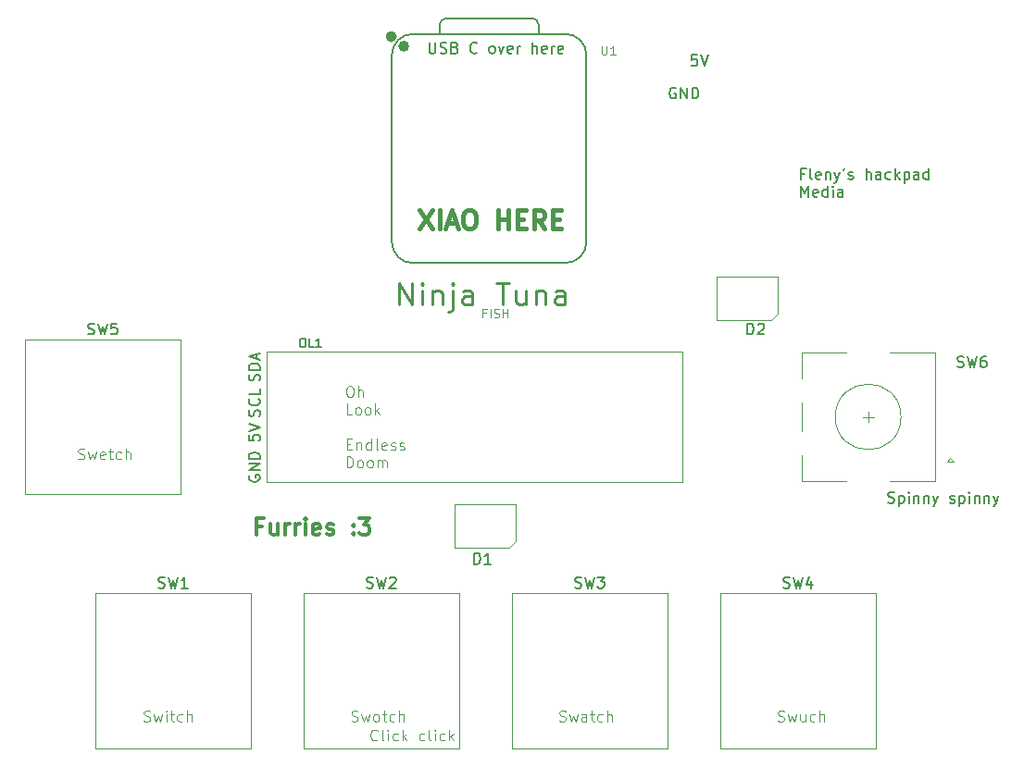
<source format=gto>
%TF.GenerationSoftware,KiCad,Pcbnew,9.0.7*%
%TF.CreationDate,2026-01-03T15:51:30+01:00*%
%TF.ProjectId,Hackpad,4861636b-7061-4642-9e6b-696361645f70,rev?*%
%TF.SameCoordinates,Original*%
%TF.FileFunction,Legend,Top*%
%TF.FilePolarity,Positive*%
%FSLAX46Y46*%
G04 Gerber Fmt 4.6, Leading zero omitted, Abs format (unit mm)*
G04 Created by KiCad (PCBNEW 9.0.7) date 2026-01-03 15:51:30*
%MOMM*%
%LPD*%
G01*
G04 APERTURE LIST*
%ADD10C,0.100000*%
%ADD11C,0.200000*%
%ADD12C,0.400000*%
%ADD13C,0.300000*%
%ADD14C,0.125000*%
%ADD15C,0.250000*%
%ADD16C,0.150000*%
%ADD17C,0.120000*%
%ADD18C,0.127000*%
%ADD19C,0.504000*%
G04 APERTURE END LIST*
D10*
X141256265Y-130824800D02*
X141399122Y-130872419D01*
X141399122Y-130872419D02*
X141637217Y-130872419D01*
X141637217Y-130872419D02*
X141732455Y-130824800D01*
X141732455Y-130824800D02*
X141780074Y-130777180D01*
X141780074Y-130777180D02*
X141827693Y-130681942D01*
X141827693Y-130681942D02*
X141827693Y-130586704D01*
X141827693Y-130586704D02*
X141780074Y-130491466D01*
X141780074Y-130491466D02*
X141732455Y-130443847D01*
X141732455Y-130443847D02*
X141637217Y-130396228D01*
X141637217Y-130396228D02*
X141446741Y-130348609D01*
X141446741Y-130348609D02*
X141351503Y-130300990D01*
X141351503Y-130300990D02*
X141303884Y-130253371D01*
X141303884Y-130253371D02*
X141256265Y-130158133D01*
X141256265Y-130158133D02*
X141256265Y-130062895D01*
X141256265Y-130062895D02*
X141303884Y-129967657D01*
X141303884Y-129967657D02*
X141351503Y-129920038D01*
X141351503Y-129920038D02*
X141446741Y-129872419D01*
X141446741Y-129872419D02*
X141684836Y-129872419D01*
X141684836Y-129872419D02*
X141827693Y-129920038D01*
X142161027Y-130205752D02*
X142351503Y-130872419D01*
X142351503Y-130872419D02*
X142541979Y-130396228D01*
X142541979Y-130396228D02*
X142732455Y-130872419D01*
X142732455Y-130872419D02*
X142922931Y-130205752D01*
X143732455Y-130205752D02*
X143732455Y-130872419D01*
X143303884Y-130205752D02*
X143303884Y-130729561D01*
X143303884Y-130729561D02*
X143351503Y-130824800D01*
X143351503Y-130824800D02*
X143446741Y-130872419D01*
X143446741Y-130872419D02*
X143589598Y-130872419D01*
X143589598Y-130872419D02*
X143684836Y-130824800D01*
X143684836Y-130824800D02*
X143732455Y-130777180D01*
X144637217Y-130824800D02*
X144541979Y-130872419D01*
X144541979Y-130872419D02*
X144351503Y-130872419D01*
X144351503Y-130872419D02*
X144256265Y-130824800D01*
X144256265Y-130824800D02*
X144208646Y-130777180D01*
X144208646Y-130777180D02*
X144161027Y-130681942D01*
X144161027Y-130681942D02*
X144161027Y-130396228D01*
X144161027Y-130396228D02*
X144208646Y-130300990D01*
X144208646Y-130300990D02*
X144256265Y-130253371D01*
X144256265Y-130253371D02*
X144351503Y-130205752D01*
X144351503Y-130205752D02*
X144541979Y-130205752D01*
X144541979Y-130205752D02*
X144637217Y-130253371D01*
X145065789Y-130872419D02*
X145065789Y-129872419D01*
X145494360Y-130872419D02*
X145494360Y-130348609D01*
X145494360Y-130348609D02*
X145446741Y-130253371D01*
X145446741Y-130253371D02*
X145351503Y-130205752D01*
X145351503Y-130205752D02*
X145208646Y-130205752D01*
X145208646Y-130205752D02*
X145113408Y-130253371D01*
X145113408Y-130253371D02*
X145065789Y-130300990D01*
D11*
X151322054Y-110819600D02*
X151464911Y-110867219D01*
X151464911Y-110867219D02*
X151703006Y-110867219D01*
X151703006Y-110867219D02*
X151798244Y-110819600D01*
X151798244Y-110819600D02*
X151845863Y-110771980D01*
X151845863Y-110771980D02*
X151893482Y-110676742D01*
X151893482Y-110676742D02*
X151893482Y-110581504D01*
X151893482Y-110581504D02*
X151845863Y-110486266D01*
X151845863Y-110486266D02*
X151798244Y-110438647D01*
X151798244Y-110438647D02*
X151703006Y-110391028D01*
X151703006Y-110391028D02*
X151512530Y-110343409D01*
X151512530Y-110343409D02*
X151417292Y-110295790D01*
X151417292Y-110295790D02*
X151369673Y-110248171D01*
X151369673Y-110248171D02*
X151322054Y-110152933D01*
X151322054Y-110152933D02*
X151322054Y-110057695D01*
X151322054Y-110057695D02*
X151369673Y-109962457D01*
X151369673Y-109962457D02*
X151417292Y-109914838D01*
X151417292Y-109914838D02*
X151512530Y-109867219D01*
X151512530Y-109867219D02*
X151750625Y-109867219D01*
X151750625Y-109867219D02*
X151893482Y-109914838D01*
X152322054Y-110200552D02*
X152322054Y-111200552D01*
X152322054Y-110248171D02*
X152417292Y-110200552D01*
X152417292Y-110200552D02*
X152607768Y-110200552D01*
X152607768Y-110200552D02*
X152703006Y-110248171D01*
X152703006Y-110248171D02*
X152750625Y-110295790D01*
X152750625Y-110295790D02*
X152798244Y-110391028D01*
X152798244Y-110391028D02*
X152798244Y-110676742D01*
X152798244Y-110676742D02*
X152750625Y-110771980D01*
X152750625Y-110771980D02*
X152703006Y-110819600D01*
X152703006Y-110819600D02*
X152607768Y-110867219D01*
X152607768Y-110867219D02*
X152417292Y-110867219D01*
X152417292Y-110867219D02*
X152322054Y-110819600D01*
X153226816Y-110867219D02*
X153226816Y-110200552D01*
X153226816Y-109867219D02*
X153179197Y-109914838D01*
X153179197Y-109914838D02*
X153226816Y-109962457D01*
X153226816Y-109962457D02*
X153274435Y-109914838D01*
X153274435Y-109914838D02*
X153226816Y-109867219D01*
X153226816Y-109867219D02*
X153226816Y-109962457D01*
X153703006Y-110200552D02*
X153703006Y-110867219D01*
X153703006Y-110295790D02*
X153750625Y-110248171D01*
X153750625Y-110248171D02*
X153845863Y-110200552D01*
X153845863Y-110200552D02*
X153988720Y-110200552D01*
X153988720Y-110200552D02*
X154083958Y-110248171D01*
X154083958Y-110248171D02*
X154131577Y-110343409D01*
X154131577Y-110343409D02*
X154131577Y-110867219D01*
X154607768Y-110200552D02*
X154607768Y-110867219D01*
X154607768Y-110295790D02*
X154655387Y-110248171D01*
X154655387Y-110248171D02*
X154750625Y-110200552D01*
X154750625Y-110200552D02*
X154893482Y-110200552D01*
X154893482Y-110200552D02*
X154988720Y-110248171D01*
X154988720Y-110248171D02*
X155036339Y-110343409D01*
X155036339Y-110343409D02*
X155036339Y-110867219D01*
X155417292Y-110200552D02*
X155655387Y-110867219D01*
X155893482Y-110200552D02*
X155655387Y-110867219D01*
X155655387Y-110867219D02*
X155560149Y-111105314D01*
X155560149Y-111105314D02*
X155512530Y-111152933D01*
X155512530Y-111152933D02*
X155417292Y-111200552D01*
X156988721Y-110819600D02*
X157083959Y-110867219D01*
X157083959Y-110867219D02*
X157274435Y-110867219D01*
X157274435Y-110867219D02*
X157369673Y-110819600D01*
X157369673Y-110819600D02*
X157417292Y-110724361D01*
X157417292Y-110724361D02*
X157417292Y-110676742D01*
X157417292Y-110676742D02*
X157369673Y-110581504D01*
X157369673Y-110581504D02*
X157274435Y-110533885D01*
X157274435Y-110533885D02*
X157131578Y-110533885D01*
X157131578Y-110533885D02*
X157036340Y-110486266D01*
X157036340Y-110486266D02*
X156988721Y-110391028D01*
X156988721Y-110391028D02*
X156988721Y-110343409D01*
X156988721Y-110343409D02*
X157036340Y-110248171D01*
X157036340Y-110248171D02*
X157131578Y-110200552D01*
X157131578Y-110200552D02*
X157274435Y-110200552D01*
X157274435Y-110200552D02*
X157369673Y-110248171D01*
X157845864Y-110200552D02*
X157845864Y-111200552D01*
X157845864Y-110248171D02*
X157941102Y-110200552D01*
X157941102Y-110200552D02*
X158131578Y-110200552D01*
X158131578Y-110200552D02*
X158226816Y-110248171D01*
X158226816Y-110248171D02*
X158274435Y-110295790D01*
X158274435Y-110295790D02*
X158322054Y-110391028D01*
X158322054Y-110391028D02*
X158322054Y-110676742D01*
X158322054Y-110676742D02*
X158274435Y-110771980D01*
X158274435Y-110771980D02*
X158226816Y-110819600D01*
X158226816Y-110819600D02*
X158131578Y-110867219D01*
X158131578Y-110867219D02*
X157941102Y-110867219D01*
X157941102Y-110867219D02*
X157845864Y-110819600D01*
X158750626Y-110867219D02*
X158750626Y-110200552D01*
X158750626Y-109867219D02*
X158703007Y-109914838D01*
X158703007Y-109914838D02*
X158750626Y-109962457D01*
X158750626Y-109962457D02*
X158798245Y-109914838D01*
X158798245Y-109914838D02*
X158750626Y-109867219D01*
X158750626Y-109867219D02*
X158750626Y-109962457D01*
X159226816Y-110200552D02*
X159226816Y-110867219D01*
X159226816Y-110295790D02*
X159274435Y-110248171D01*
X159274435Y-110248171D02*
X159369673Y-110200552D01*
X159369673Y-110200552D02*
X159512530Y-110200552D01*
X159512530Y-110200552D02*
X159607768Y-110248171D01*
X159607768Y-110248171D02*
X159655387Y-110343409D01*
X159655387Y-110343409D02*
X159655387Y-110867219D01*
X160131578Y-110200552D02*
X160131578Y-110867219D01*
X160131578Y-110295790D02*
X160179197Y-110248171D01*
X160179197Y-110248171D02*
X160274435Y-110200552D01*
X160274435Y-110200552D02*
X160417292Y-110200552D01*
X160417292Y-110200552D02*
X160512530Y-110248171D01*
X160512530Y-110248171D02*
X160560149Y-110343409D01*
X160560149Y-110343409D02*
X160560149Y-110867219D01*
X160941102Y-110200552D02*
X161179197Y-110867219D01*
X161417292Y-110200552D02*
X161179197Y-110867219D01*
X161179197Y-110867219D02*
X161083959Y-111105314D01*
X161083959Y-111105314D02*
X161036340Y-111152933D01*
X161036340Y-111152933D02*
X160941102Y-111200552D01*
X92867219Y-104654136D02*
X92867219Y-105130326D01*
X92867219Y-105130326D02*
X93343409Y-105177945D01*
X93343409Y-105177945D02*
X93295790Y-105130326D01*
X93295790Y-105130326D02*
X93248171Y-105035088D01*
X93248171Y-105035088D02*
X93248171Y-104796993D01*
X93248171Y-104796993D02*
X93295790Y-104701755D01*
X93295790Y-104701755D02*
X93343409Y-104654136D01*
X93343409Y-104654136D02*
X93438647Y-104606517D01*
X93438647Y-104606517D02*
X93676742Y-104606517D01*
X93676742Y-104606517D02*
X93771980Y-104654136D01*
X93771980Y-104654136D02*
X93819600Y-104701755D01*
X93819600Y-104701755D02*
X93867219Y-104796993D01*
X93867219Y-104796993D02*
X93867219Y-105035088D01*
X93867219Y-105035088D02*
X93819600Y-105130326D01*
X93819600Y-105130326D02*
X93771980Y-105177945D01*
X92867219Y-104320802D02*
X93867219Y-103987469D01*
X93867219Y-103987469D02*
X92867219Y-103654136D01*
D10*
X104625312Y-132527180D02*
X104577693Y-132574800D01*
X104577693Y-132574800D02*
X104434836Y-132622419D01*
X104434836Y-132622419D02*
X104339598Y-132622419D01*
X104339598Y-132622419D02*
X104196741Y-132574800D01*
X104196741Y-132574800D02*
X104101503Y-132479561D01*
X104101503Y-132479561D02*
X104053884Y-132384323D01*
X104053884Y-132384323D02*
X104006265Y-132193847D01*
X104006265Y-132193847D02*
X104006265Y-132050990D01*
X104006265Y-132050990D02*
X104053884Y-131860514D01*
X104053884Y-131860514D02*
X104101503Y-131765276D01*
X104101503Y-131765276D02*
X104196741Y-131670038D01*
X104196741Y-131670038D02*
X104339598Y-131622419D01*
X104339598Y-131622419D02*
X104434836Y-131622419D01*
X104434836Y-131622419D02*
X104577693Y-131670038D01*
X104577693Y-131670038D02*
X104625312Y-131717657D01*
X105196741Y-132622419D02*
X105101503Y-132574800D01*
X105101503Y-132574800D02*
X105053884Y-132479561D01*
X105053884Y-132479561D02*
X105053884Y-131622419D01*
X105577694Y-132622419D02*
X105577694Y-131955752D01*
X105577694Y-131622419D02*
X105530075Y-131670038D01*
X105530075Y-131670038D02*
X105577694Y-131717657D01*
X105577694Y-131717657D02*
X105625313Y-131670038D01*
X105625313Y-131670038D02*
X105577694Y-131622419D01*
X105577694Y-131622419D02*
X105577694Y-131717657D01*
X106482455Y-132574800D02*
X106387217Y-132622419D01*
X106387217Y-132622419D02*
X106196741Y-132622419D01*
X106196741Y-132622419D02*
X106101503Y-132574800D01*
X106101503Y-132574800D02*
X106053884Y-132527180D01*
X106053884Y-132527180D02*
X106006265Y-132431942D01*
X106006265Y-132431942D02*
X106006265Y-132146228D01*
X106006265Y-132146228D02*
X106053884Y-132050990D01*
X106053884Y-132050990D02*
X106101503Y-132003371D01*
X106101503Y-132003371D02*
X106196741Y-131955752D01*
X106196741Y-131955752D02*
X106387217Y-131955752D01*
X106387217Y-131955752D02*
X106482455Y-132003371D01*
X106911027Y-132622419D02*
X106911027Y-131622419D01*
X107006265Y-132241466D02*
X107291979Y-132622419D01*
X107291979Y-131955752D02*
X106911027Y-132336704D01*
X108911027Y-132574800D02*
X108815789Y-132622419D01*
X108815789Y-132622419D02*
X108625313Y-132622419D01*
X108625313Y-132622419D02*
X108530075Y-132574800D01*
X108530075Y-132574800D02*
X108482456Y-132527180D01*
X108482456Y-132527180D02*
X108434837Y-132431942D01*
X108434837Y-132431942D02*
X108434837Y-132146228D01*
X108434837Y-132146228D02*
X108482456Y-132050990D01*
X108482456Y-132050990D02*
X108530075Y-132003371D01*
X108530075Y-132003371D02*
X108625313Y-131955752D01*
X108625313Y-131955752D02*
X108815789Y-131955752D01*
X108815789Y-131955752D02*
X108911027Y-132003371D01*
X109482456Y-132622419D02*
X109387218Y-132574800D01*
X109387218Y-132574800D02*
X109339599Y-132479561D01*
X109339599Y-132479561D02*
X109339599Y-131622419D01*
X109863409Y-132622419D02*
X109863409Y-131955752D01*
X109863409Y-131622419D02*
X109815790Y-131670038D01*
X109815790Y-131670038D02*
X109863409Y-131717657D01*
X109863409Y-131717657D02*
X109911028Y-131670038D01*
X109911028Y-131670038D02*
X109863409Y-131622419D01*
X109863409Y-131622419D02*
X109863409Y-131717657D01*
X110768170Y-132574800D02*
X110672932Y-132622419D01*
X110672932Y-132622419D02*
X110482456Y-132622419D01*
X110482456Y-132622419D02*
X110387218Y-132574800D01*
X110387218Y-132574800D02*
X110339599Y-132527180D01*
X110339599Y-132527180D02*
X110291980Y-132431942D01*
X110291980Y-132431942D02*
X110291980Y-132146228D01*
X110291980Y-132146228D02*
X110339599Y-132050990D01*
X110339599Y-132050990D02*
X110387218Y-132003371D01*
X110387218Y-132003371D02*
X110482456Y-131955752D01*
X110482456Y-131955752D02*
X110672932Y-131955752D01*
X110672932Y-131955752D02*
X110768170Y-132003371D01*
X111196742Y-132622419D02*
X111196742Y-131622419D01*
X111291980Y-132241466D02*
X111577694Y-132622419D01*
X111577694Y-131955752D02*
X111196742Y-132336704D01*
D11*
X92914838Y-108356517D02*
X92867219Y-108451755D01*
X92867219Y-108451755D02*
X92867219Y-108594612D01*
X92867219Y-108594612D02*
X92914838Y-108737469D01*
X92914838Y-108737469D02*
X93010076Y-108832707D01*
X93010076Y-108832707D02*
X93105314Y-108880326D01*
X93105314Y-108880326D02*
X93295790Y-108927945D01*
X93295790Y-108927945D02*
X93438647Y-108927945D01*
X93438647Y-108927945D02*
X93629123Y-108880326D01*
X93629123Y-108880326D02*
X93724361Y-108832707D01*
X93724361Y-108832707D02*
X93819600Y-108737469D01*
X93819600Y-108737469D02*
X93867219Y-108594612D01*
X93867219Y-108594612D02*
X93867219Y-108499374D01*
X93867219Y-108499374D02*
X93819600Y-108356517D01*
X93819600Y-108356517D02*
X93771980Y-108308898D01*
X93771980Y-108308898D02*
X93438647Y-108308898D01*
X93438647Y-108308898D02*
X93438647Y-108499374D01*
X93867219Y-107880326D02*
X92867219Y-107880326D01*
X92867219Y-107880326D02*
X93867219Y-107308898D01*
X93867219Y-107308898D02*
X92867219Y-107308898D01*
X93867219Y-106832707D02*
X92867219Y-106832707D01*
X92867219Y-106832707D02*
X92867219Y-106594612D01*
X92867219Y-106594612D02*
X92914838Y-106451755D01*
X92914838Y-106451755D02*
X93010076Y-106356517D01*
X93010076Y-106356517D02*
X93105314Y-106308898D01*
X93105314Y-106308898D02*
X93295790Y-106261279D01*
X93295790Y-106261279D02*
X93438647Y-106261279D01*
X93438647Y-106261279D02*
X93629123Y-106308898D01*
X93629123Y-106308898D02*
X93724361Y-106356517D01*
X93724361Y-106356517D02*
X93819600Y-106451755D01*
X93819600Y-106451755D02*
X93867219Y-106594612D01*
X93867219Y-106594612D02*
X93867219Y-106832707D01*
D12*
X108506014Y-84071153D02*
X109639347Y-85771153D01*
X109639347Y-84071153D02*
X108506014Y-85771153D01*
X110286966Y-85771153D02*
X110286966Y-84071153D01*
X111015538Y-85285439D02*
X111825062Y-85285439D01*
X110853633Y-85771153D02*
X111420300Y-84071153D01*
X111420300Y-84071153D02*
X111986967Y-85771153D01*
X112877443Y-84071153D02*
X113201252Y-84071153D01*
X113201252Y-84071153D02*
X113363157Y-84152105D01*
X113363157Y-84152105D02*
X113525062Y-84314010D01*
X113525062Y-84314010D02*
X113606014Y-84637820D01*
X113606014Y-84637820D02*
X113606014Y-85204486D01*
X113606014Y-85204486D02*
X113525062Y-85528296D01*
X113525062Y-85528296D02*
X113363157Y-85690201D01*
X113363157Y-85690201D02*
X113201252Y-85771153D01*
X113201252Y-85771153D02*
X112877443Y-85771153D01*
X112877443Y-85771153D02*
X112715538Y-85690201D01*
X112715538Y-85690201D02*
X112553633Y-85528296D01*
X112553633Y-85528296D02*
X112472681Y-85204486D01*
X112472681Y-85204486D02*
X112472681Y-84637820D01*
X112472681Y-84637820D02*
X112553633Y-84314010D01*
X112553633Y-84314010D02*
X112715538Y-84152105D01*
X112715538Y-84152105D02*
X112877443Y-84071153D01*
X115629823Y-85771153D02*
X115629823Y-84071153D01*
X115629823Y-84880677D02*
X116601252Y-84880677D01*
X116601252Y-85771153D02*
X116601252Y-84071153D01*
X117410775Y-84880677D02*
X117977442Y-84880677D01*
X118220299Y-85771153D02*
X117410775Y-85771153D01*
X117410775Y-85771153D02*
X117410775Y-84071153D01*
X117410775Y-84071153D02*
X118220299Y-84071153D01*
X119920299Y-85771153D02*
X119353632Y-84961629D01*
X118948870Y-85771153D02*
X118948870Y-84071153D01*
X118948870Y-84071153D02*
X119596489Y-84071153D01*
X119596489Y-84071153D02*
X119758394Y-84152105D01*
X119758394Y-84152105D02*
X119839347Y-84233058D01*
X119839347Y-84233058D02*
X119920299Y-84394962D01*
X119920299Y-84394962D02*
X119920299Y-84637820D01*
X119920299Y-84637820D02*
X119839347Y-84799724D01*
X119839347Y-84799724D02*
X119758394Y-84880677D01*
X119758394Y-84880677D02*
X119596489Y-84961629D01*
X119596489Y-84961629D02*
X118948870Y-84961629D01*
X120648870Y-84880677D02*
X121215537Y-84880677D01*
X121458394Y-85771153D02*
X120648870Y-85771153D01*
X120648870Y-85771153D02*
X120648870Y-84071153D01*
X120648870Y-84071153D02*
X121458394Y-84071153D01*
D11*
X93819600Y-99677945D02*
X93867219Y-99535088D01*
X93867219Y-99535088D02*
X93867219Y-99296993D01*
X93867219Y-99296993D02*
X93819600Y-99201755D01*
X93819600Y-99201755D02*
X93771980Y-99154136D01*
X93771980Y-99154136D02*
X93676742Y-99106517D01*
X93676742Y-99106517D02*
X93581504Y-99106517D01*
X93581504Y-99106517D02*
X93486266Y-99154136D01*
X93486266Y-99154136D02*
X93438647Y-99201755D01*
X93438647Y-99201755D02*
X93391028Y-99296993D01*
X93391028Y-99296993D02*
X93343409Y-99487469D01*
X93343409Y-99487469D02*
X93295790Y-99582707D01*
X93295790Y-99582707D02*
X93248171Y-99630326D01*
X93248171Y-99630326D02*
X93152933Y-99677945D01*
X93152933Y-99677945D02*
X93057695Y-99677945D01*
X93057695Y-99677945D02*
X92962457Y-99630326D01*
X92962457Y-99630326D02*
X92914838Y-99582707D01*
X92914838Y-99582707D02*
X92867219Y-99487469D01*
X92867219Y-99487469D02*
X92867219Y-99249374D01*
X92867219Y-99249374D02*
X92914838Y-99106517D01*
X93867219Y-98677945D02*
X92867219Y-98677945D01*
X92867219Y-98677945D02*
X92867219Y-98439850D01*
X92867219Y-98439850D02*
X92914838Y-98296993D01*
X92914838Y-98296993D02*
X93010076Y-98201755D01*
X93010076Y-98201755D02*
X93105314Y-98154136D01*
X93105314Y-98154136D02*
X93295790Y-98106517D01*
X93295790Y-98106517D02*
X93438647Y-98106517D01*
X93438647Y-98106517D02*
X93629123Y-98154136D01*
X93629123Y-98154136D02*
X93724361Y-98201755D01*
X93724361Y-98201755D02*
X93819600Y-98296993D01*
X93819600Y-98296993D02*
X93867219Y-98439850D01*
X93867219Y-98439850D02*
X93867219Y-98677945D01*
X93581504Y-97725564D02*
X93581504Y-97249374D01*
X93867219Y-97820802D02*
X92867219Y-97487469D01*
X92867219Y-97487469D02*
X93867219Y-97154136D01*
X93819600Y-102927945D02*
X93867219Y-102785088D01*
X93867219Y-102785088D02*
X93867219Y-102546993D01*
X93867219Y-102546993D02*
X93819600Y-102451755D01*
X93819600Y-102451755D02*
X93771980Y-102404136D01*
X93771980Y-102404136D02*
X93676742Y-102356517D01*
X93676742Y-102356517D02*
X93581504Y-102356517D01*
X93581504Y-102356517D02*
X93486266Y-102404136D01*
X93486266Y-102404136D02*
X93438647Y-102451755D01*
X93438647Y-102451755D02*
X93391028Y-102546993D01*
X93391028Y-102546993D02*
X93343409Y-102737469D01*
X93343409Y-102737469D02*
X93295790Y-102832707D01*
X93295790Y-102832707D02*
X93248171Y-102880326D01*
X93248171Y-102880326D02*
X93152933Y-102927945D01*
X93152933Y-102927945D02*
X93057695Y-102927945D01*
X93057695Y-102927945D02*
X92962457Y-102880326D01*
X92962457Y-102880326D02*
X92914838Y-102832707D01*
X92914838Y-102832707D02*
X92867219Y-102737469D01*
X92867219Y-102737469D02*
X92867219Y-102499374D01*
X92867219Y-102499374D02*
X92914838Y-102356517D01*
X93771980Y-101356517D02*
X93819600Y-101404136D01*
X93819600Y-101404136D02*
X93867219Y-101546993D01*
X93867219Y-101546993D02*
X93867219Y-101642231D01*
X93867219Y-101642231D02*
X93819600Y-101785088D01*
X93819600Y-101785088D02*
X93724361Y-101880326D01*
X93724361Y-101880326D02*
X93629123Y-101927945D01*
X93629123Y-101927945D02*
X93438647Y-101975564D01*
X93438647Y-101975564D02*
X93295790Y-101975564D01*
X93295790Y-101975564D02*
X93105314Y-101927945D01*
X93105314Y-101927945D02*
X93010076Y-101880326D01*
X93010076Y-101880326D02*
X92914838Y-101785088D01*
X92914838Y-101785088D02*
X92867219Y-101642231D01*
X92867219Y-101642231D02*
X92867219Y-101546993D01*
X92867219Y-101546993D02*
X92914838Y-101404136D01*
X92914838Y-101404136D02*
X92962457Y-101356517D01*
X93867219Y-100451755D02*
X93867219Y-100927945D01*
X93867219Y-100927945D02*
X92867219Y-100927945D01*
X109369673Y-68731220D02*
X109369673Y-69540743D01*
X109369673Y-69540743D02*
X109417292Y-69635981D01*
X109417292Y-69635981D02*
X109464911Y-69683601D01*
X109464911Y-69683601D02*
X109560149Y-69731220D01*
X109560149Y-69731220D02*
X109750625Y-69731220D01*
X109750625Y-69731220D02*
X109845863Y-69683601D01*
X109845863Y-69683601D02*
X109893482Y-69635981D01*
X109893482Y-69635981D02*
X109941101Y-69540743D01*
X109941101Y-69540743D02*
X109941101Y-68731220D01*
X110369673Y-69683601D02*
X110512530Y-69731220D01*
X110512530Y-69731220D02*
X110750625Y-69731220D01*
X110750625Y-69731220D02*
X110845863Y-69683601D01*
X110845863Y-69683601D02*
X110893482Y-69635981D01*
X110893482Y-69635981D02*
X110941101Y-69540743D01*
X110941101Y-69540743D02*
X110941101Y-69445505D01*
X110941101Y-69445505D02*
X110893482Y-69350267D01*
X110893482Y-69350267D02*
X110845863Y-69302648D01*
X110845863Y-69302648D02*
X110750625Y-69255029D01*
X110750625Y-69255029D02*
X110560149Y-69207410D01*
X110560149Y-69207410D02*
X110464911Y-69159791D01*
X110464911Y-69159791D02*
X110417292Y-69112172D01*
X110417292Y-69112172D02*
X110369673Y-69016934D01*
X110369673Y-69016934D02*
X110369673Y-68921696D01*
X110369673Y-68921696D02*
X110417292Y-68826458D01*
X110417292Y-68826458D02*
X110464911Y-68778839D01*
X110464911Y-68778839D02*
X110560149Y-68731220D01*
X110560149Y-68731220D02*
X110798244Y-68731220D01*
X110798244Y-68731220D02*
X110941101Y-68778839D01*
X111703006Y-69207410D02*
X111845863Y-69255029D01*
X111845863Y-69255029D02*
X111893482Y-69302648D01*
X111893482Y-69302648D02*
X111941101Y-69397886D01*
X111941101Y-69397886D02*
X111941101Y-69540743D01*
X111941101Y-69540743D02*
X111893482Y-69635981D01*
X111893482Y-69635981D02*
X111845863Y-69683601D01*
X111845863Y-69683601D02*
X111750625Y-69731220D01*
X111750625Y-69731220D02*
X111369673Y-69731220D01*
X111369673Y-69731220D02*
X111369673Y-68731220D01*
X111369673Y-68731220D02*
X111703006Y-68731220D01*
X111703006Y-68731220D02*
X111798244Y-68778839D01*
X111798244Y-68778839D02*
X111845863Y-68826458D01*
X111845863Y-68826458D02*
X111893482Y-68921696D01*
X111893482Y-68921696D02*
X111893482Y-69016934D01*
X111893482Y-69016934D02*
X111845863Y-69112172D01*
X111845863Y-69112172D02*
X111798244Y-69159791D01*
X111798244Y-69159791D02*
X111703006Y-69207410D01*
X111703006Y-69207410D02*
X111369673Y-69207410D01*
X113703006Y-69635981D02*
X113655387Y-69683601D01*
X113655387Y-69683601D02*
X113512530Y-69731220D01*
X113512530Y-69731220D02*
X113417292Y-69731220D01*
X113417292Y-69731220D02*
X113274435Y-69683601D01*
X113274435Y-69683601D02*
X113179197Y-69588362D01*
X113179197Y-69588362D02*
X113131578Y-69493124D01*
X113131578Y-69493124D02*
X113083959Y-69302648D01*
X113083959Y-69302648D02*
X113083959Y-69159791D01*
X113083959Y-69159791D02*
X113131578Y-68969315D01*
X113131578Y-68969315D02*
X113179197Y-68874077D01*
X113179197Y-68874077D02*
X113274435Y-68778839D01*
X113274435Y-68778839D02*
X113417292Y-68731220D01*
X113417292Y-68731220D02*
X113512530Y-68731220D01*
X113512530Y-68731220D02*
X113655387Y-68778839D01*
X113655387Y-68778839D02*
X113703006Y-68826458D01*
X115036340Y-69731220D02*
X114941102Y-69683601D01*
X114941102Y-69683601D02*
X114893483Y-69635981D01*
X114893483Y-69635981D02*
X114845864Y-69540743D01*
X114845864Y-69540743D02*
X114845864Y-69255029D01*
X114845864Y-69255029D02*
X114893483Y-69159791D01*
X114893483Y-69159791D02*
X114941102Y-69112172D01*
X114941102Y-69112172D02*
X115036340Y-69064553D01*
X115036340Y-69064553D02*
X115179197Y-69064553D01*
X115179197Y-69064553D02*
X115274435Y-69112172D01*
X115274435Y-69112172D02*
X115322054Y-69159791D01*
X115322054Y-69159791D02*
X115369673Y-69255029D01*
X115369673Y-69255029D02*
X115369673Y-69540743D01*
X115369673Y-69540743D02*
X115322054Y-69635981D01*
X115322054Y-69635981D02*
X115274435Y-69683601D01*
X115274435Y-69683601D02*
X115179197Y-69731220D01*
X115179197Y-69731220D02*
X115036340Y-69731220D01*
X115703007Y-69064553D02*
X115941102Y-69731220D01*
X115941102Y-69731220D02*
X116179197Y-69064553D01*
X116941102Y-69683601D02*
X116845864Y-69731220D01*
X116845864Y-69731220D02*
X116655388Y-69731220D01*
X116655388Y-69731220D02*
X116560150Y-69683601D01*
X116560150Y-69683601D02*
X116512531Y-69588362D01*
X116512531Y-69588362D02*
X116512531Y-69207410D01*
X116512531Y-69207410D02*
X116560150Y-69112172D01*
X116560150Y-69112172D02*
X116655388Y-69064553D01*
X116655388Y-69064553D02*
X116845864Y-69064553D01*
X116845864Y-69064553D02*
X116941102Y-69112172D01*
X116941102Y-69112172D02*
X116988721Y-69207410D01*
X116988721Y-69207410D02*
X116988721Y-69302648D01*
X116988721Y-69302648D02*
X116512531Y-69397886D01*
X117417293Y-69731220D02*
X117417293Y-69064553D01*
X117417293Y-69255029D02*
X117464912Y-69159791D01*
X117464912Y-69159791D02*
X117512531Y-69112172D01*
X117512531Y-69112172D02*
X117607769Y-69064553D01*
X117607769Y-69064553D02*
X117703007Y-69064553D01*
X118798246Y-69731220D02*
X118798246Y-68731220D01*
X119226817Y-69731220D02*
X119226817Y-69207410D01*
X119226817Y-69207410D02*
X119179198Y-69112172D01*
X119179198Y-69112172D02*
X119083960Y-69064553D01*
X119083960Y-69064553D02*
X118941103Y-69064553D01*
X118941103Y-69064553D02*
X118845865Y-69112172D01*
X118845865Y-69112172D02*
X118798246Y-69159791D01*
X120083960Y-69683601D02*
X119988722Y-69731220D01*
X119988722Y-69731220D02*
X119798246Y-69731220D01*
X119798246Y-69731220D02*
X119703008Y-69683601D01*
X119703008Y-69683601D02*
X119655389Y-69588362D01*
X119655389Y-69588362D02*
X119655389Y-69207410D01*
X119655389Y-69207410D02*
X119703008Y-69112172D01*
X119703008Y-69112172D02*
X119798246Y-69064553D01*
X119798246Y-69064553D02*
X119988722Y-69064553D01*
X119988722Y-69064553D02*
X120083960Y-69112172D01*
X120083960Y-69112172D02*
X120131579Y-69207410D01*
X120131579Y-69207410D02*
X120131579Y-69302648D01*
X120131579Y-69302648D02*
X119655389Y-69397886D01*
X120560151Y-69731220D02*
X120560151Y-69064553D01*
X120560151Y-69255029D02*
X120607770Y-69159791D01*
X120607770Y-69159791D02*
X120655389Y-69112172D01*
X120655389Y-69112172D02*
X120750627Y-69064553D01*
X120750627Y-69064553D02*
X120845865Y-69064553D01*
X121560151Y-69683601D02*
X121464913Y-69731220D01*
X121464913Y-69731220D02*
X121274437Y-69731220D01*
X121274437Y-69731220D02*
X121179199Y-69683601D01*
X121179199Y-69683601D02*
X121131580Y-69588362D01*
X121131580Y-69588362D02*
X121131580Y-69207410D01*
X121131580Y-69207410D02*
X121179199Y-69112172D01*
X121179199Y-69112172D02*
X121274437Y-69064553D01*
X121274437Y-69064553D02*
X121464913Y-69064553D01*
X121464913Y-69064553D02*
X121560151Y-69112172D01*
X121560151Y-69112172D02*
X121607770Y-69207410D01*
X121607770Y-69207410D02*
X121607770Y-69302648D01*
X121607770Y-69302648D02*
X121131580Y-69397886D01*
D10*
X121256265Y-130824800D02*
X121399122Y-130872419D01*
X121399122Y-130872419D02*
X121637217Y-130872419D01*
X121637217Y-130872419D02*
X121732455Y-130824800D01*
X121732455Y-130824800D02*
X121780074Y-130777180D01*
X121780074Y-130777180D02*
X121827693Y-130681942D01*
X121827693Y-130681942D02*
X121827693Y-130586704D01*
X121827693Y-130586704D02*
X121780074Y-130491466D01*
X121780074Y-130491466D02*
X121732455Y-130443847D01*
X121732455Y-130443847D02*
X121637217Y-130396228D01*
X121637217Y-130396228D02*
X121446741Y-130348609D01*
X121446741Y-130348609D02*
X121351503Y-130300990D01*
X121351503Y-130300990D02*
X121303884Y-130253371D01*
X121303884Y-130253371D02*
X121256265Y-130158133D01*
X121256265Y-130158133D02*
X121256265Y-130062895D01*
X121256265Y-130062895D02*
X121303884Y-129967657D01*
X121303884Y-129967657D02*
X121351503Y-129920038D01*
X121351503Y-129920038D02*
X121446741Y-129872419D01*
X121446741Y-129872419D02*
X121684836Y-129872419D01*
X121684836Y-129872419D02*
X121827693Y-129920038D01*
X122161027Y-130205752D02*
X122351503Y-130872419D01*
X122351503Y-130872419D02*
X122541979Y-130396228D01*
X122541979Y-130396228D02*
X122732455Y-130872419D01*
X122732455Y-130872419D02*
X122922931Y-130205752D01*
X123732455Y-130872419D02*
X123732455Y-130348609D01*
X123732455Y-130348609D02*
X123684836Y-130253371D01*
X123684836Y-130253371D02*
X123589598Y-130205752D01*
X123589598Y-130205752D02*
X123399122Y-130205752D01*
X123399122Y-130205752D02*
X123303884Y-130253371D01*
X123732455Y-130824800D02*
X123637217Y-130872419D01*
X123637217Y-130872419D02*
X123399122Y-130872419D01*
X123399122Y-130872419D02*
X123303884Y-130824800D01*
X123303884Y-130824800D02*
X123256265Y-130729561D01*
X123256265Y-130729561D02*
X123256265Y-130634323D01*
X123256265Y-130634323D02*
X123303884Y-130539085D01*
X123303884Y-130539085D02*
X123399122Y-130491466D01*
X123399122Y-130491466D02*
X123637217Y-130491466D01*
X123637217Y-130491466D02*
X123732455Y-130443847D01*
X124065789Y-130205752D02*
X124446741Y-130205752D01*
X124208646Y-129872419D02*
X124208646Y-130729561D01*
X124208646Y-130729561D02*
X124256265Y-130824800D01*
X124256265Y-130824800D02*
X124351503Y-130872419D01*
X124351503Y-130872419D02*
X124446741Y-130872419D01*
X125208646Y-130824800D02*
X125113408Y-130872419D01*
X125113408Y-130872419D02*
X124922932Y-130872419D01*
X124922932Y-130872419D02*
X124827694Y-130824800D01*
X124827694Y-130824800D02*
X124780075Y-130777180D01*
X124780075Y-130777180D02*
X124732456Y-130681942D01*
X124732456Y-130681942D02*
X124732456Y-130396228D01*
X124732456Y-130396228D02*
X124780075Y-130300990D01*
X124780075Y-130300990D02*
X124827694Y-130253371D01*
X124827694Y-130253371D02*
X124922932Y-130205752D01*
X124922932Y-130205752D02*
X125113408Y-130205752D01*
X125113408Y-130205752D02*
X125208646Y-130253371D01*
X125637218Y-130872419D02*
X125637218Y-129872419D01*
X126065789Y-130872419D02*
X126065789Y-130348609D01*
X126065789Y-130348609D02*
X126018170Y-130253371D01*
X126018170Y-130253371D02*
X125922932Y-130205752D01*
X125922932Y-130205752D02*
X125780075Y-130205752D01*
X125780075Y-130205752D02*
X125684837Y-130253371D01*
X125684837Y-130253371D02*
X125637218Y-130300990D01*
D13*
X94054510Y-113015114D02*
X93554510Y-113015114D01*
X93554510Y-113800828D02*
X93554510Y-112300828D01*
X93554510Y-112300828D02*
X94268796Y-112300828D01*
X95483082Y-112800828D02*
X95483082Y-113800828D01*
X94840224Y-112800828D02*
X94840224Y-113586542D01*
X94840224Y-113586542D02*
X94911653Y-113729400D01*
X94911653Y-113729400D02*
X95054510Y-113800828D01*
X95054510Y-113800828D02*
X95268796Y-113800828D01*
X95268796Y-113800828D02*
X95411653Y-113729400D01*
X95411653Y-113729400D02*
X95483082Y-113657971D01*
X96197367Y-113800828D02*
X96197367Y-112800828D01*
X96197367Y-113086542D02*
X96268796Y-112943685D01*
X96268796Y-112943685D02*
X96340225Y-112872257D01*
X96340225Y-112872257D02*
X96483082Y-112800828D01*
X96483082Y-112800828D02*
X96625939Y-112800828D01*
X97125938Y-113800828D02*
X97125938Y-112800828D01*
X97125938Y-113086542D02*
X97197367Y-112943685D01*
X97197367Y-112943685D02*
X97268796Y-112872257D01*
X97268796Y-112872257D02*
X97411653Y-112800828D01*
X97411653Y-112800828D02*
X97554510Y-112800828D01*
X98054509Y-113800828D02*
X98054509Y-112800828D01*
X98054509Y-112300828D02*
X97983081Y-112372257D01*
X97983081Y-112372257D02*
X98054509Y-112443685D01*
X98054509Y-112443685D02*
X98125938Y-112372257D01*
X98125938Y-112372257D02*
X98054509Y-112300828D01*
X98054509Y-112300828D02*
X98054509Y-112443685D01*
X99340224Y-113729400D02*
X99197367Y-113800828D01*
X99197367Y-113800828D02*
X98911653Y-113800828D01*
X98911653Y-113800828D02*
X98768795Y-113729400D01*
X98768795Y-113729400D02*
X98697367Y-113586542D01*
X98697367Y-113586542D02*
X98697367Y-113015114D01*
X98697367Y-113015114D02*
X98768795Y-112872257D01*
X98768795Y-112872257D02*
X98911653Y-112800828D01*
X98911653Y-112800828D02*
X99197367Y-112800828D01*
X99197367Y-112800828D02*
X99340224Y-112872257D01*
X99340224Y-112872257D02*
X99411653Y-113015114D01*
X99411653Y-113015114D02*
X99411653Y-113157971D01*
X99411653Y-113157971D02*
X98697367Y-113300828D01*
X99983081Y-113729400D02*
X100125938Y-113800828D01*
X100125938Y-113800828D02*
X100411652Y-113800828D01*
X100411652Y-113800828D02*
X100554509Y-113729400D01*
X100554509Y-113729400D02*
X100625938Y-113586542D01*
X100625938Y-113586542D02*
X100625938Y-113515114D01*
X100625938Y-113515114D02*
X100554509Y-113372257D01*
X100554509Y-113372257D02*
X100411652Y-113300828D01*
X100411652Y-113300828D02*
X100197367Y-113300828D01*
X100197367Y-113300828D02*
X100054509Y-113229400D01*
X100054509Y-113229400D02*
X99983081Y-113086542D01*
X99983081Y-113086542D02*
X99983081Y-113015114D01*
X99983081Y-113015114D02*
X100054509Y-112872257D01*
X100054509Y-112872257D02*
X100197367Y-112800828D01*
X100197367Y-112800828D02*
X100411652Y-112800828D01*
X100411652Y-112800828D02*
X100554509Y-112872257D01*
X102411652Y-113657971D02*
X102483081Y-113729400D01*
X102483081Y-113729400D02*
X102411652Y-113800828D01*
X102411652Y-113800828D02*
X102340224Y-113729400D01*
X102340224Y-113729400D02*
X102411652Y-113657971D01*
X102411652Y-113657971D02*
X102411652Y-113800828D01*
X102411652Y-112872257D02*
X102483081Y-112943685D01*
X102483081Y-112943685D02*
X102411652Y-113015114D01*
X102411652Y-113015114D02*
X102340224Y-112943685D01*
X102340224Y-112943685D02*
X102411652Y-112872257D01*
X102411652Y-112872257D02*
X102411652Y-113015114D01*
X102983081Y-112300828D02*
X103911653Y-112300828D01*
X103911653Y-112300828D02*
X103411653Y-112872257D01*
X103411653Y-112872257D02*
X103625938Y-112872257D01*
X103625938Y-112872257D02*
X103768796Y-112943685D01*
X103768796Y-112943685D02*
X103840224Y-113015114D01*
X103840224Y-113015114D02*
X103911653Y-113157971D01*
X103911653Y-113157971D02*
X103911653Y-113515114D01*
X103911653Y-113515114D02*
X103840224Y-113657971D01*
X103840224Y-113657971D02*
X103768796Y-113729400D01*
X103768796Y-113729400D02*
X103625938Y-113800828D01*
X103625938Y-113800828D02*
X103197367Y-113800828D01*
X103197367Y-113800828D02*
X103054510Y-113729400D01*
X103054510Y-113729400D02*
X102983081Y-113657971D01*
D11*
X143703006Y-80733465D02*
X143369673Y-80733465D01*
X143369673Y-81257275D02*
X143369673Y-80257275D01*
X143369673Y-80257275D02*
X143845863Y-80257275D01*
X144369673Y-81257275D02*
X144274435Y-81209656D01*
X144274435Y-81209656D02*
X144226816Y-81114417D01*
X144226816Y-81114417D02*
X144226816Y-80257275D01*
X145131578Y-81209656D02*
X145036340Y-81257275D01*
X145036340Y-81257275D02*
X144845864Y-81257275D01*
X144845864Y-81257275D02*
X144750626Y-81209656D01*
X144750626Y-81209656D02*
X144703007Y-81114417D01*
X144703007Y-81114417D02*
X144703007Y-80733465D01*
X144703007Y-80733465D02*
X144750626Y-80638227D01*
X144750626Y-80638227D02*
X144845864Y-80590608D01*
X144845864Y-80590608D02*
X145036340Y-80590608D01*
X145036340Y-80590608D02*
X145131578Y-80638227D01*
X145131578Y-80638227D02*
X145179197Y-80733465D01*
X145179197Y-80733465D02*
X145179197Y-80828703D01*
X145179197Y-80828703D02*
X144703007Y-80923941D01*
X145607769Y-80590608D02*
X145607769Y-81257275D01*
X145607769Y-80685846D02*
X145655388Y-80638227D01*
X145655388Y-80638227D02*
X145750626Y-80590608D01*
X145750626Y-80590608D02*
X145893483Y-80590608D01*
X145893483Y-80590608D02*
X145988721Y-80638227D01*
X145988721Y-80638227D02*
X146036340Y-80733465D01*
X146036340Y-80733465D02*
X146036340Y-81257275D01*
X146417293Y-80590608D02*
X146655388Y-81257275D01*
X146893483Y-80590608D02*
X146655388Y-81257275D01*
X146655388Y-81257275D02*
X146560150Y-81495370D01*
X146560150Y-81495370D02*
X146512531Y-81542989D01*
X146512531Y-81542989D02*
X146417293Y-81590608D01*
X147322055Y-80257275D02*
X147226817Y-80447751D01*
X147703007Y-81209656D02*
X147798245Y-81257275D01*
X147798245Y-81257275D02*
X147988721Y-81257275D01*
X147988721Y-81257275D02*
X148083959Y-81209656D01*
X148083959Y-81209656D02*
X148131578Y-81114417D01*
X148131578Y-81114417D02*
X148131578Y-81066798D01*
X148131578Y-81066798D02*
X148083959Y-80971560D01*
X148083959Y-80971560D02*
X147988721Y-80923941D01*
X147988721Y-80923941D02*
X147845864Y-80923941D01*
X147845864Y-80923941D02*
X147750626Y-80876322D01*
X147750626Y-80876322D02*
X147703007Y-80781084D01*
X147703007Y-80781084D02*
X147703007Y-80733465D01*
X147703007Y-80733465D02*
X147750626Y-80638227D01*
X147750626Y-80638227D02*
X147845864Y-80590608D01*
X147845864Y-80590608D02*
X147988721Y-80590608D01*
X147988721Y-80590608D02*
X148083959Y-80638227D01*
X149322055Y-81257275D02*
X149322055Y-80257275D01*
X149750626Y-81257275D02*
X149750626Y-80733465D01*
X149750626Y-80733465D02*
X149703007Y-80638227D01*
X149703007Y-80638227D02*
X149607769Y-80590608D01*
X149607769Y-80590608D02*
X149464912Y-80590608D01*
X149464912Y-80590608D02*
X149369674Y-80638227D01*
X149369674Y-80638227D02*
X149322055Y-80685846D01*
X150655388Y-81257275D02*
X150655388Y-80733465D01*
X150655388Y-80733465D02*
X150607769Y-80638227D01*
X150607769Y-80638227D02*
X150512531Y-80590608D01*
X150512531Y-80590608D02*
X150322055Y-80590608D01*
X150322055Y-80590608D02*
X150226817Y-80638227D01*
X150655388Y-81209656D02*
X150560150Y-81257275D01*
X150560150Y-81257275D02*
X150322055Y-81257275D01*
X150322055Y-81257275D02*
X150226817Y-81209656D01*
X150226817Y-81209656D02*
X150179198Y-81114417D01*
X150179198Y-81114417D02*
X150179198Y-81019179D01*
X150179198Y-81019179D02*
X150226817Y-80923941D01*
X150226817Y-80923941D02*
X150322055Y-80876322D01*
X150322055Y-80876322D02*
X150560150Y-80876322D01*
X150560150Y-80876322D02*
X150655388Y-80828703D01*
X151560150Y-81209656D02*
X151464912Y-81257275D01*
X151464912Y-81257275D02*
X151274436Y-81257275D01*
X151274436Y-81257275D02*
X151179198Y-81209656D01*
X151179198Y-81209656D02*
X151131579Y-81162036D01*
X151131579Y-81162036D02*
X151083960Y-81066798D01*
X151083960Y-81066798D02*
X151083960Y-80781084D01*
X151083960Y-80781084D02*
X151131579Y-80685846D01*
X151131579Y-80685846D02*
X151179198Y-80638227D01*
X151179198Y-80638227D02*
X151274436Y-80590608D01*
X151274436Y-80590608D02*
X151464912Y-80590608D01*
X151464912Y-80590608D02*
X151560150Y-80638227D01*
X151988722Y-81257275D02*
X151988722Y-80257275D01*
X152083960Y-80876322D02*
X152369674Y-81257275D01*
X152369674Y-80590608D02*
X151988722Y-80971560D01*
X152798246Y-80590608D02*
X152798246Y-81590608D01*
X152798246Y-80638227D02*
X152893484Y-80590608D01*
X152893484Y-80590608D02*
X153083960Y-80590608D01*
X153083960Y-80590608D02*
X153179198Y-80638227D01*
X153179198Y-80638227D02*
X153226817Y-80685846D01*
X153226817Y-80685846D02*
X153274436Y-80781084D01*
X153274436Y-80781084D02*
X153274436Y-81066798D01*
X153274436Y-81066798D02*
X153226817Y-81162036D01*
X153226817Y-81162036D02*
X153179198Y-81209656D01*
X153179198Y-81209656D02*
X153083960Y-81257275D01*
X153083960Y-81257275D02*
X152893484Y-81257275D01*
X152893484Y-81257275D02*
X152798246Y-81209656D01*
X154131579Y-81257275D02*
X154131579Y-80733465D01*
X154131579Y-80733465D02*
X154083960Y-80638227D01*
X154083960Y-80638227D02*
X153988722Y-80590608D01*
X153988722Y-80590608D02*
X153798246Y-80590608D01*
X153798246Y-80590608D02*
X153703008Y-80638227D01*
X154131579Y-81209656D02*
X154036341Y-81257275D01*
X154036341Y-81257275D02*
X153798246Y-81257275D01*
X153798246Y-81257275D02*
X153703008Y-81209656D01*
X153703008Y-81209656D02*
X153655389Y-81114417D01*
X153655389Y-81114417D02*
X153655389Y-81019179D01*
X153655389Y-81019179D02*
X153703008Y-80923941D01*
X153703008Y-80923941D02*
X153798246Y-80876322D01*
X153798246Y-80876322D02*
X154036341Y-80876322D01*
X154036341Y-80876322D02*
X154131579Y-80828703D01*
X155036341Y-81257275D02*
X155036341Y-80257275D01*
X155036341Y-81209656D02*
X154941103Y-81257275D01*
X154941103Y-81257275D02*
X154750627Y-81257275D01*
X154750627Y-81257275D02*
X154655389Y-81209656D01*
X154655389Y-81209656D02*
X154607770Y-81162036D01*
X154607770Y-81162036D02*
X154560151Y-81066798D01*
X154560151Y-81066798D02*
X154560151Y-80781084D01*
X154560151Y-80781084D02*
X154607770Y-80685846D01*
X154607770Y-80685846D02*
X154655389Y-80638227D01*
X154655389Y-80638227D02*
X154750627Y-80590608D01*
X154750627Y-80590608D02*
X154941103Y-80590608D01*
X154941103Y-80590608D02*
X155036341Y-80638227D01*
X143369673Y-82867219D02*
X143369673Y-81867219D01*
X143369673Y-81867219D02*
X143703006Y-82581504D01*
X143703006Y-82581504D02*
X144036339Y-81867219D01*
X144036339Y-81867219D02*
X144036339Y-82867219D01*
X144893482Y-82819600D02*
X144798244Y-82867219D01*
X144798244Y-82867219D02*
X144607768Y-82867219D01*
X144607768Y-82867219D02*
X144512530Y-82819600D01*
X144512530Y-82819600D02*
X144464911Y-82724361D01*
X144464911Y-82724361D02*
X144464911Y-82343409D01*
X144464911Y-82343409D02*
X144512530Y-82248171D01*
X144512530Y-82248171D02*
X144607768Y-82200552D01*
X144607768Y-82200552D02*
X144798244Y-82200552D01*
X144798244Y-82200552D02*
X144893482Y-82248171D01*
X144893482Y-82248171D02*
X144941101Y-82343409D01*
X144941101Y-82343409D02*
X144941101Y-82438647D01*
X144941101Y-82438647D02*
X144464911Y-82533885D01*
X145798244Y-82867219D02*
X145798244Y-81867219D01*
X145798244Y-82819600D02*
X145703006Y-82867219D01*
X145703006Y-82867219D02*
X145512530Y-82867219D01*
X145512530Y-82867219D02*
X145417292Y-82819600D01*
X145417292Y-82819600D02*
X145369673Y-82771980D01*
X145369673Y-82771980D02*
X145322054Y-82676742D01*
X145322054Y-82676742D02*
X145322054Y-82391028D01*
X145322054Y-82391028D02*
X145369673Y-82295790D01*
X145369673Y-82295790D02*
X145417292Y-82248171D01*
X145417292Y-82248171D02*
X145512530Y-82200552D01*
X145512530Y-82200552D02*
X145703006Y-82200552D01*
X145703006Y-82200552D02*
X145798244Y-82248171D01*
X146274435Y-82867219D02*
X146274435Y-82200552D01*
X146274435Y-81867219D02*
X146226816Y-81914838D01*
X146226816Y-81914838D02*
X146274435Y-81962457D01*
X146274435Y-81962457D02*
X146322054Y-81914838D01*
X146322054Y-81914838D02*
X146274435Y-81867219D01*
X146274435Y-81867219D02*
X146274435Y-81962457D01*
X147179196Y-82867219D02*
X147179196Y-82343409D01*
X147179196Y-82343409D02*
X147131577Y-82248171D01*
X147131577Y-82248171D02*
X147036339Y-82200552D01*
X147036339Y-82200552D02*
X146845863Y-82200552D01*
X146845863Y-82200552D02*
X146750625Y-82248171D01*
X147179196Y-82819600D02*
X147083958Y-82867219D01*
X147083958Y-82867219D02*
X146845863Y-82867219D01*
X146845863Y-82867219D02*
X146750625Y-82819600D01*
X146750625Y-82819600D02*
X146703006Y-82724361D01*
X146703006Y-82724361D02*
X146703006Y-82629123D01*
X146703006Y-82629123D02*
X146750625Y-82533885D01*
X146750625Y-82533885D02*
X146845863Y-82486266D01*
X146845863Y-82486266D02*
X147083958Y-82486266D01*
X147083958Y-82486266D02*
X147179196Y-82438647D01*
D14*
X102010807Y-100181343D02*
X102201283Y-100181343D01*
X102201283Y-100181343D02*
X102296521Y-100228962D01*
X102296521Y-100228962D02*
X102391759Y-100324200D01*
X102391759Y-100324200D02*
X102439378Y-100514676D01*
X102439378Y-100514676D02*
X102439378Y-100848009D01*
X102439378Y-100848009D02*
X102391759Y-101038485D01*
X102391759Y-101038485D02*
X102296521Y-101133724D01*
X102296521Y-101133724D02*
X102201283Y-101181343D01*
X102201283Y-101181343D02*
X102010807Y-101181343D01*
X102010807Y-101181343D02*
X101915569Y-101133724D01*
X101915569Y-101133724D02*
X101820331Y-101038485D01*
X101820331Y-101038485D02*
X101772712Y-100848009D01*
X101772712Y-100848009D02*
X101772712Y-100514676D01*
X101772712Y-100514676D02*
X101820331Y-100324200D01*
X101820331Y-100324200D02*
X101915569Y-100228962D01*
X101915569Y-100228962D02*
X102010807Y-100181343D01*
X102867950Y-101181343D02*
X102867950Y-100181343D01*
X103296521Y-101181343D02*
X103296521Y-100657533D01*
X103296521Y-100657533D02*
X103248902Y-100562295D01*
X103248902Y-100562295D02*
X103153664Y-100514676D01*
X103153664Y-100514676D02*
X103010807Y-100514676D01*
X103010807Y-100514676D02*
X102915569Y-100562295D01*
X102915569Y-100562295D02*
X102867950Y-100609914D01*
X102296521Y-102791287D02*
X101820331Y-102791287D01*
X101820331Y-102791287D02*
X101820331Y-101791287D01*
X102772712Y-102791287D02*
X102677474Y-102743668D01*
X102677474Y-102743668D02*
X102629855Y-102696048D01*
X102629855Y-102696048D02*
X102582236Y-102600810D01*
X102582236Y-102600810D02*
X102582236Y-102315096D01*
X102582236Y-102315096D02*
X102629855Y-102219858D01*
X102629855Y-102219858D02*
X102677474Y-102172239D01*
X102677474Y-102172239D02*
X102772712Y-102124620D01*
X102772712Y-102124620D02*
X102915569Y-102124620D01*
X102915569Y-102124620D02*
X103010807Y-102172239D01*
X103010807Y-102172239D02*
X103058426Y-102219858D01*
X103058426Y-102219858D02*
X103106045Y-102315096D01*
X103106045Y-102315096D02*
X103106045Y-102600810D01*
X103106045Y-102600810D02*
X103058426Y-102696048D01*
X103058426Y-102696048D02*
X103010807Y-102743668D01*
X103010807Y-102743668D02*
X102915569Y-102791287D01*
X102915569Y-102791287D02*
X102772712Y-102791287D01*
X103677474Y-102791287D02*
X103582236Y-102743668D01*
X103582236Y-102743668D02*
X103534617Y-102696048D01*
X103534617Y-102696048D02*
X103486998Y-102600810D01*
X103486998Y-102600810D02*
X103486998Y-102315096D01*
X103486998Y-102315096D02*
X103534617Y-102219858D01*
X103534617Y-102219858D02*
X103582236Y-102172239D01*
X103582236Y-102172239D02*
X103677474Y-102124620D01*
X103677474Y-102124620D02*
X103820331Y-102124620D01*
X103820331Y-102124620D02*
X103915569Y-102172239D01*
X103915569Y-102172239D02*
X103963188Y-102219858D01*
X103963188Y-102219858D02*
X104010807Y-102315096D01*
X104010807Y-102315096D02*
X104010807Y-102600810D01*
X104010807Y-102600810D02*
X103963188Y-102696048D01*
X103963188Y-102696048D02*
X103915569Y-102743668D01*
X103915569Y-102743668D02*
X103820331Y-102791287D01*
X103820331Y-102791287D02*
X103677474Y-102791287D01*
X104439379Y-102791287D02*
X104439379Y-101791287D01*
X104534617Y-102410334D02*
X104820331Y-102791287D01*
X104820331Y-102124620D02*
X104439379Y-102505572D01*
X101820331Y-105487365D02*
X102153664Y-105487365D01*
X102296521Y-106011175D02*
X101820331Y-106011175D01*
X101820331Y-106011175D02*
X101820331Y-105011175D01*
X101820331Y-105011175D02*
X102296521Y-105011175D01*
X102725093Y-105344508D02*
X102725093Y-106011175D01*
X102725093Y-105439746D02*
X102772712Y-105392127D01*
X102772712Y-105392127D02*
X102867950Y-105344508D01*
X102867950Y-105344508D02*
X103010807Y-105344508D01*
X103010807Y-105344508D02*
X103106045Y-105392127D01*
X103106045Y-105392127D02*
X103153664Y-105487365D01*
X103153664Y-105487365D02*
X103153664Y-106011175D01*
X104058426Y-106011175D02*
X104058426Y-105011175D01*
X104058426Y-105963556D02*
X103963188Y-106011175D01*
X103963188Y-106011175D02*
X103772712Y-106011175D01*
X103772712Y-106011175D02*
X103677474Y-105963556D01*
X103677474Y-105963556D02*
X103629855Y-105915936D01*
X103629855Y-105915936D02*
X103582236Y-105820698D01*
X103582236Y-105820698D02*
X103582236Y-105534984D01*
X103582236Y-105534984D02*
X103629855Y-105439746D01*
X103629855Y-105439746D02*
X103677474Y-105392127D01*
X103677474Y-105392127D02*
X103772712Y-105344508D01*
X103772712Y-105344508D02*
X103963188Y-105344508D01*
X103963188Y-105344508D02*
X104058426Y-105392127D01*
X104677474Y-106011175D02*
X104582236Y-105963556D01*
X104582236Y-105963556D02*
X104534617Y-105868317D01*
X104534617Y-105868317D02*
X104534617Y-105011175D01*
X105439379Y-105963556D02*
X105344141Y-106011175D01*
X105344141Y-106011175D02*
X105153665Y-106011175D01*
X105153665Y-106011175D02*
X105058427Y-105963556D01*
X105058427Y-105963556D02*
X105010808Y-105868317D01*
X105010808Y-105868317D02*
X105010808Y-105487365D01*
X105010808Y-105487365D02*
X105058427Y-105392127D01*
X105058427Y-105392127D02*
X105153665Y-105344508D01*
X105153665Y-105344508D02*
X105344141Y-105344508D01*
X105344141Y-105344508D02*
X105439379Y-105392127D01*
X105439379Y-105392127D02*
X105486998Y-105487365D01*
X105486998Y-105487365D02*
X105486998Y-105582603D01*
X105486998Y-105582603D02*
X105010808Y-105677841D01*
X105867951Y-105963556D02*
X105963189Y-106011175D01*
X105963189Y-106011175D02*
X106153665Y-106011175D01*
X106153665Y-106011175D02*
X106248903Y-105963556D01*
X106248903Y-105963556D02*
X106296522Y-105868317D01*
X106296522Y-105868317D02*
X106296522Y-105820698D01*
X106296522Y-105820698D02*
X106248903Y-105725460D01*
X106248903Y-105725460D02*
X106153665Y-105677841D01*
X106153665Y-105677841D02*
X106010808Y-105677841D01*
X106010808Y-105677841D02*
X105915570Y-105630222D01*
X105915570Y-105630222D02*
X105867951Y-105534984D01*
X105867951Y-105534984D02*
X105867951Y-105487365D01*
X105867951Y-105487365D02*
X105915570Y-105392127D01*
X105915570Y-105392127D02*
X106010808Y-105344508D01*
X106010808Y-105344508D02*
X106153665Y-105344508D01*
X106153665Y-105344508D02*
X106248903Y-105392127D01*
X106677475Y-105963556D02*
X106772713Y-106011175D01*
X106772713Y-106011175D02*
X106963189Y-106011175D01*
X106963189Y-106011175D02*
X107058427Y-105963556D01*
X107058427Y-105963556D02*
X107106046Y-105868317D01*
X107106046Y-105868317D02*
X107106046Y-105820698D01*
X107106046Y-105820698D02*
X107058427Y-105725460D01*
X107058427Y-105725460D02*
X106963189Y-105677841D01*
X106963189Y-105677841D02*
X106820332Y-105677841D01*
X106820332Y-105677841D02*
X106725094Y-105630222D01*
X106725094Y-105630222D02*
X106677475Y-105534984D01*
X106677475Y-105534984D02*
X106677475Y-105487365D01*
X106677475Y-105487365D02*
X106725094Y-105392127D01*
X106725094Y-105392127D02*
X106820332Y-105344508D01*
X106820332Y-105344508D02*
X106963189Y-105344508D01*
X106963189Y-105344508D02*
X107058427Y-105392127D01*
X101820331Y-107621119D02*
X101820331Y-106621119D01*
X101820331Y-106621119D02*
X102058426Y-106621119D01*
X102058426Y-106621119D02*
X102201283Y-106668738D01*
X102201283Y-106668738D02*
X102296521Y-106763976D01*
X102296521Y-106763976D02*
X102344140Y-106859214D01*
X102344140Y-106859214D02*
X102391759Y-107049690D01*
X102391759Y-107049690D02*
X102391759Y-107192547D01*
X102391759Y-107192547D02*
X102344140Y-107383023D01*
X102344140Y-107383023D02*
X102296521Y-107478261D01*
X102296521Y-107478261D02*
X102201283Y-107573500D01*
X102201283Y-107573500D02*
X102058426Y-107621119D01*
X102058426Y-107621119D02*
X101820331Y-107621119D01*
X102963188Y-107621119D02*
X102867950Y-107573500D01*
X102867950Y-107573500D02*
X102820331Y-107525880D01*
X102820331Y-107525880D02*
X102772712Y-107430642D01*
X102772712Y-107430642D02*
X102772712Y-107144928D01*
X102772712Y-107144928D02*
X102820331Y-107049690D01*
X102820331Y-107049690D02*
X102867950Y-107002071D01*
X102867950Y-107002071D02*
X102963188Y-106954452D01*
X102963188Y-106954452D02*
X103106045Y-106954452D01*
X103106045Y-106954452D02*
X103201283Y-107002071D01*
X103201283Y-107002071D02*
X103248902Y-107049690D01*
X103248902Y-107049690D02*
X103296521Y-107144928D01*
X103296521Y-107144928D02*
X103296521Y-107430642D01*
X103296521Y-107430642D02*
X103248902Y-107525880D01*
X103248902Y-107525880D02*
X103201283Y-107573500D01*
X103201283Y-107573500D02*
X103106045Y-107621119D01*
X103106045Y-107621119D02*
X102963188Y-107621119D01*
X103867950Y-107621119D02*
X103772712Y-107573500D01*
X103772712Y-107573500D02*
X103725093Y-107525880D01*
X103725093Y-107525880D02*
X103677474Y-107430642D01*
X103677474Y-107430642D02*
X103677474Y-107144928D01*
X103677474Y-107144928D02*
X103725093Y-107049690D01*
X103725093Y-107049690D02*
X103772712Y-107002071D01*
X103772712Y-107002071D02*
X103867950Y-106954452D01*
X103867950Y-106954452D02*
X104010807Y-106954452D01*
X104010807Y-106954452D02*
X104106045Y-107002071D01*
X104106045Y-107002071D02*
X104153664Y-107049690D01*
X104153664Y-107049690D02*
X104201283Y-107144928D01*
X104201283Y-107144928D02*
X104201283Y-107430642D01*
X104201283Y-107430642D02*
X104153664Y-107525880D01*
X104153664Y-107525880D02*
X104106045Y-107573500D01*
X104106045Y-107573500D02*
X104010807Y-107621119D01*
X104010807Y-107621119D02*
X103867950Y-107621119D01*
X104629855Y-107621119D02*
X104629855Y-106954452D01*
X104629855Y-107049690D02*
X104677474Y-107002071D01*
X104677474Y-107002071D02*
X104772712Y-106954452D01*
X104772712Y-106954452D02*
X104915569Y-106954452D01*
X104915569Y-106954452D02*
X105010807Y-107002071D01*
X105010807Y-107002071D02*
X105058426Y-107097309D01*
X105058426Y-107097309D02*
X105058426Y-107621119D01*
X105058426Y-107097309D02*
X105106045Y-107002071D01*
X105106045Y-107002071D02*
X105201283Y-106954452D01*
X105201283Y-106954452D02*
X105344140Y-106954452D01*
X105344140Y-106954452D02*
X105439379Y-107002071D01*
X105439379Y-107002071D02*
X105486998Y-107097309D01*
X105486998Y-107097309D02*
X105486998Y-107621119D01*
D11*
X133845863Y-69867219D02*
X133369673Y-69867219D01*
X133369673Y-69867219D02*
X133322054Y-70343409D01*
X133322054Y-70343409D02*
X133369673Y-70295790D01*
X133369673Y-70295790D02*
X133464911Y-70248171D01*
X133464911Y-70248171D02*
X133703006Y-70248171D01*
X133703006Y-70248171D02*
X133798244Y-70295790D01*
X133798244Y-70295790D02*
X133845863Y-70343409D01*
X133845863Y-70343409D02*
X133893482Y-70438647D01*
X133893482Y-70438647D02*
X133893482Y-70676742D01*
X133893482Y-70676742D02*
X133845863Y-70771980D01*
X133845863Y-70771980D02*
X133798244Y-70819600D01*
X133798244Y-70819600D02*
X133703006Y-70867219D01*
X133703006Y-70867219D02*
X133464911Y-70867219D01*
X133464911Y-70867219D02*
X133369673Y-70819600D01*
X133369673Y-70819600D02*
X133322054Y-70771980D01*
X134179197Y-69867219D02*
X134512530Y-70867219D01*
X134512530Y-70867219D02*
X134845863Y-69867219D01*
D10*
X77256265Y-106824800D02*
X77399122Y-106872419D01*
X77399122Y-106872419D02*
X77637217Y-106872419D01*
X77637217Y-106872419D02*
X77732455Y-106824800D01*
X77732455Y-106824800D02*
X77780074Y-106777180D01*
X77780074Y-106777180D02*
X77827693Y-106681942D01*
X77827693Y-106681942D02*
X77827693Y-106586704D01*
X77827693Y-106586704D02*
X77780074Y-106491466D01*
X77780074Y-106491466D02*
X77732455Y-106443847D01*
X77732455Y-106443847D02*
X77637217Y-106396228D01*
X77637217Y-106396228D02*
X77446741Y-106348609D01*
X77446741Y-106348609D02*
X77351503Y-106300990D01*
X77351503Y-106300990D02*
X77303884Y-106253371D01*
X77303884Y-106253371D02*
X77256265Y-106158133D01*
X77256265Y-106158133D02*
X77256265Y-106062895D01*
X77256265Y-106062895D02*
X77303884Y-105967657D01*
X77303884Y-105967657D02*
X77351503Y-105920038D01*
X77351503Y-105920038D02*
X77446741Y-105872419D01*
X77446741Y-105872419D02*
X77684836Y-105872419D01*
X77684836Y-105872419D02*
X77827693Y-105920038D01*
X78161027Y-106205752D02*
X78351503Y-106872419D01*
X78351503Y-106872419D02*
X78541979Y-106396228D01*
X78541979Y-106396228D02*
X78732455Y-106872419D01*
X78732455Y-106872419D02*
X78922931Y-106205752D01*
X79684836Y-106824800D02*
X79589598Y-106872419D01*
X79589598Y-106872419D02*
X79399122Y-106872419D01*
X79399122Y-106872419D02*
X79303884Y-106824800D01*
X79303884Y-106824800D02*
X79256265Y-106729561D01*
X79256265Y-106729561D02*
X79256265Y-106348609D01*
X79256265Y-106348609D02*
X79303884Y-106253371D01*
X79303884Y-106253371D02*
X79399122Y-106205752D01*
X79399122Y-106205752D02*
X79589598Y-106205752D01*
X79589598Y-106205752D02*
X79684836Y-106253371D01*
X79684836Y-106253371D02*
X79732455Y-106348609D01*
X79732455Y-106348609D02*
X79732455Y-106443847D01*
X79732455Y-106443847D02*
X79256265Y-106539085D01*
X80018170Y-106205752D02*
X80399122Y-106205752D01*
X80161027Y-105872419D02*
X80161027Y-106729561D01*
X80161027Y-106729561D02*
X80208646Y-106824800D01*
X80208646Y-106824800D02*
X80303884Y-106872419D01*
X80303884Y-106872419D02*
X80399122Y-106872419D01*
X81161027Y-106824800D02*
X81065789Y-106872419D01*
X81065789Y-106872419D02*
X80875313Y-106872419D01*
X80875313Y-106872419D02*
X80780075Y-106824800D01*
X80780075Y-106824800D02*
X80732456Y-106777180D01*
X80732456Y-106777180D02*
X80684837Y-106681942D01*
X80684837Y-106681942D02*
X80684837Y-106396228D01*
X80684837Y-106396228D02*
X80732456Y-106300990D01*
X80732456Y-106300990D02*
X80780075Y-106253371D01*
X80780075Y-106253371D02*
X80875313Y-106205752D01*
X80875313Y-106205752D02*
X81065789Y-106205752D01*
X81065789Y-106205752D02*
X81161027Y-106253371D01*
X81589599Y-106872419D02*
X81589599Y-105872419D01*
X82018170Y-106872419D02*
X82018170Y-106348609D01*
X82018170Y-106348609D02*
X81970551Y-106253371D01*
X81970551Y-106253371D02*
X81875313Y-106205752D01*
X81875313Y-106205752D02*
X81732456Y-106205752D01*
X81732456Y-106205752D02*
X81637218Y-106253371D01*
X81637218Y-106253371D02*
X81589599Y-106300990D01*
X114522931Y-93477847D02*
X114256265Y-93477847D01*
X114256265Y-93896895D02*
X114256265Y-93096895D01*
X114256265Y-93096895D02*
X114637217Y-93096895D01*
X114941979Y-93896895D02*
X114941979Y-93096895D01*
X115284835Y-93858800D02*
X115399121Y-93896895D01*
X115399121Y-93896895D02*
X115589597Y-93896895D01*
X115589597Y-93896895D02*
X115665788Y-93858800D01*
X115665788Y-93858800D02*
X115703883Y-93820704D01*
X115703883Y-93820704D02*
X115741978Y-93744514D01*
X115741978Y-93744514D02*
X115741978Y-93668323D01*
X115741978Y-93668323D02*
X115703883Y-93592133D01*
X115703883Y-93592133D02*
X115665788Y-93554038D01*
X115665788Y-93554038D02*
X115589597Y-93515942D01*
X115589597Y-93515942D02*
X115437216Y-93477847D01*
X115437216Y-93477847D02*
X115361026Y-93439752D01*
X115361026Y-93439752D02*
X115322931Y-93401657D01*
X115322931Y-93401657D02*
X115284835Y-93325466D01*
X115284835Y-93325466D02*
X115284835Y-93249276D01*
X115284835Y-93249276D02*
X115322931Y-93173085D01*
X115322931Y-93173085D02*
X115361026Y-93134990D01*
X115361026Y-93134990D02*
X115437216Y-93096895D01*
X115437216Y-93096895D02*
X115627693Y-93096895D01*
X115627693Y-93096895D02*
X115741978Y-93134990D01*
X116084836Y-93896895D02*
X116084836Y-93096895D01*
X116084836Y-93477847D02*
X116541979Y-93477847D01*
X116541979Y-93896895D02*
X116541979Y-93096895D01*
D14*
X83272712Y-130823500D02*
X83415569Y-130871119D01*
X83415569Y-130871119D02*
X83653664Y-130871119D01*
X83653664Y-130871119D02*
X83748902Y-130823500D01*
X83748902Y-130823500D02*
X83796521Y-130775880D01*
X83796521Y-130775880D02*
X83844140Y-130680642D01*
X83844140Y-130680642D02*
X83844140Y-130585404D01*
X83844140Y-130585404D02*
X83796521Y-130490166D01*
X83796521Y-130490166D02*
X83748902Y-130442547D01*
X83748902Y-130442547D02*
X83653664Y-130394928D01*
X83653664Y-130394928D02*
X83463188Y-130347309D01*
X83463188Y-130347309D02*
X83367950Y-130299690D01*
X83367950Y-130299690D02*
X83320331Y-130252071D01*
X83320331Y-130252071D02*
X83272712Y-130156833D01*
X83272712Y-130156833D02*
X83272712Y-130061595D01*
X83272712Y-130061595D02*
X83320331Y-129966357D01*
X83320331Y-129966357D02*
X83367950Y-129918738D01*
X83367950Y-129918738D02*
X83463188Y-129871119D01*
X83463188Y-129871119D02*
X83701283Y-129871119D01*
X83701283Y-129871119D02*
X83844140Y-129918738D01*
X84177474Y-130204452D02*
X84367950Y-130871119D01*
X84367950Y-130871119D02*
X84558426Y-130394928D01*
X84558426Y-130394928D02*
X84748902Y-130871119D01*
X84748902Y-130871119D02*
X84939378Y-130204452D01*
X85320331Y-130871119D02*
X85320331Y-130204452D01*
X85320331Y-129871119D02*
X85272712Y-129918738D01*
X85272712Y-129918738D02*
X85320331Y-129966357D01*
X85320331Y-129966357D02*
X85367950Y-129918738D01*
X85367950Y-129918738D02*
X85320331Y-129871119D01*
X85320331Y-129871119D02*
X85320331Y-129966357D01*
X85653664Y-130204452D02*
X86034616Y-130204452D01*
X85796521Y-129871119D02*
X85796521Y-130728261D01*
X85796521Y-130728261D02*
X85844140Y-130823500D01*
X85844140Y-130823500D02*
X85939378Y-130871119D01*
X85939378Y-130871119D02*
X86034616Y-130871119D01*
X86796521Y-130823500D02*
X86701283Y-130871119D01*
X86701283Y-130871119D02*
X86510807Y-130871119D01*
X86510807Y-130871119D02*
X86415569Y-130823500D01*
X86415569Y-130823500D02*
X86367950Y-130775880D01*
X86367950Y-130775880D02*
X86320331Y-130680642D01*
X86320331Y-130680642D02*
X86320331Y-130394928D01*
X86320331Y-130394928D02*
X86367950Y-130299690D01*
X86367950Y-130299690D02*
X86415569Y-130252071D01*
X86415569Y-130252071D02*
X86510807Y-130204452D01*
X86510807Y-130204452D02*
X86701283Y-130204452D01*
X86701283Y-130204452D02*
X86796521Y-130252071D01*
X87225093Y-130871119D02*
X87225093Y-129871119D01*
X87653664Y-130871119D02*
X87653664Y-130347309D01*
X87653664Y-130347309D02*
X87606045Y-130252071D01*
X87606045Y-130252071D02*
X87510807Y-130204452D01*
X87510807Y-130204452D02*
X87367950Y-130204452D01*
X87367950Y-130204452D02*
X87272712Y-130252071D01*
X87272712Y-130252071D02*
X87225093Y-130299690D01*
D11*
X131893482Y-72914838D02*
X131798244Y-72867219D01*
X131798244Y-72867219D02*
X131655387Y-72867219D01*
X131655387Y-72867219D02*
X131512530Y-72914838D01*
X131512530Y-72914838D02*
X131417292Y-73010076D01*
X131417292Y-73010076D02*
X131369673Y-73105314D01*
X131369673Y-73105314D02*
X131322054Y-73295790D01*
X131322054Y-73295790D02*
X131322054Y-73438647D01*
X131322054Y-73438647D02*
X131369673Y-73629123D01*
X131369673Y-73629123D02*
X131417292Y-73724361D01*
X131417292Y-73724361D02*
X131512530Y-73819600D01*
X131512530Y-73819600D02*
X131655387Y-73867219D01*
X131655387Y-73867219D02*
X131750625Y-73867219D01*
X131750625Y-73867219D02*
X131893482Y-73819600D01*
X131893482Y-73819600D02*
X131941101Y-73771980D01*
X131941101Y-73771980D02*
X131941101Y-73438647D01*
X131941101Y-73438647D02*
X131750625Y-73438647D01*
X132369673Y-73867219D02*
X132369673Y-72867219D01*
X132369673Y-72867219D02*
X132941101Y-73867219D01*
X132941101Y-73867219D02*
X132941101Y-72867219D01*
X133417292Y-73867219D02*
X133417292Y-72867219D01*
X133417292Y-72867219D02*
X133655387Y-72867219D01*
X133655387Y-72867219D02*
X133798244Y-72914838D01*
X133798244Y-72914838D02*
X133893482Y-73010076D01*
X133893482Y-73010076D02*
X133941101Y-73105314D01*
X133941101Y-73105314D02*
X133988720Y-73295790D01*
X133988720Y-73295790D02*
X133988720Y-73438647D01*
X133988720Y-73438647D02*
X133941101Y-73629123D01*
X133941101Y-73629123D02*
X133893482Y-73724361D01*
X133893482Y-73724361D02*
X133798244Y-73819600D01*
X133798244Y-73819600D02*
X133655387Y-73867219D01*
X133655387Y-73867219D02*
X133417292Y-73867219D01*
D10*
X102256265Y-130824800D02*
X102399122Y-130872419D01*
X102399122Y-130872419D02*
X102637217Y-130872419D01*
X102637217Y-130872419D02*
X102732455Y-130824800D01*
X102732455Y-130824800D02*
X102780074Y-130777180D01*
X102780074Y-130777180D02*
X102827693Y-130681942D01*
X102827693Y-130681942D02*
X102827693Y-130586704D01*
X102827693Y-130586704D02*
X102780074Y-130491466D01*
X102780074Y-130491466D02*
X102732455Y-130443847D01*
X102732455Y-130443847D02*
X102637217Y-130396228D01*
X102637217Y-130396228D02*
X102446741Y-130348609D01*
X102446741Y-130348609D02*
X102351503Y-130300990D01*
X102351503Y-130300990D02*
X102303884Y-130253371D01*
X102303884Y-130253371D02*
X102256265Y-130158133D01*
X102256265Y-130158133D02*
X102256265Y-130062895D01*
X102256265Y-130062895D02*
X102303884Y-129967657D01*
X102303884Y-129967657D02*
X102351503Y-129920038D01*
X102351503Y-129920038D02*
X102446741Y-129872419D01*
X102446741Y-129872419D02*
X102684836Y-129872419D01*
X102684836Y-129872419D02*
X102827693Y-129920038D01*
X103161027Y-130205752D02*
X103351503Y-130872419D01*
X103351503Y-130872419D02*
X103541979Y-130396228D01*
X103541979Y-130396228D02*
X103732455Y-130872419D01*
X103732455Y-130872419D02*
X103922931Y-130205752D01*
X104446741Y-130872419D02*
X104351503Y-130824800D01*
X104351503Y-130824800D02*
X104303884Y-130777180D01*
X104303884Y-130777180D02*
X104256265Y-130681942D01*
X104256265Y-130681942D02*
X104256265Y-130396228D01*
X104256265Y-130396228D02*
X104303884Y-130300990D01*
X104303884Y-130300990D02*
X104351503Y-130253371D01*
X104351503Y-130253371D02*
X104446741Y-130205752D01*
X104446741Y-130205752D02*
X104589598Y-130205752D01*
X104589598Y-130205752D02*
X104684836Y-130253371D01*
X104684836Y-130253371D02*
X104732455Y-130300990D01*
X104732455Y-130300990D02*
X104780074Y-130396228D01*
X104780074Y-130396228D02*
X104780074Y-130681942D01*
X104780074Y-130681942D02*
X104732455Y-130777180D01*
X104732455Y-130777180D02*
X104684836Y-130824800D01*
X104684836Y-130824800D02*
X104589598Y-130872419D01*
X104589598Y-130872419D02*
X104446741Y-130872419D01*
X105065789Y-130205752D02*
X105446741Y-130205752D01*
X105208646Y-129872419D02*
X105208646Y-130729561D01*
X105208646Y-130729561D02*
X105256265Y-130824800D01*
X105256265Y-130824800D02*
X105351503Y-130872419D01*
X105351503Y-130872419D02*
X105446741Y-130872419D01*
X106208646Y-130824800D02*
X106113408Y-130872419D01*
X106113408Y-130872419D02*
X105922932Y-130872419D01*
X105922932Y-130872419D02*
X105827694Y-130824800D01*
X105827694Y-130824800D02*
X105780075Y-130777180D01*
X105780075Y-130777180D02*
X105732456Y-130681942D01*
X105732456Y-130681942D02*
X105732456Y-130396228D01*
X105732456Y-130396228D02*
X105780075Y-130300990D01*
X105780075Y-130300990D02*
X105827694Y-130253371D01*
X105827694Y-130253371D02*
X105922932Y-130205752D01*
X105922932Y-130205752D02*
X106113408Y-130205752D01*
X106113408Y-130205752D02*
X106208646Y-130253371D01*
X106637218Y-130872419D02*
X106637218Y-129872419D01*
X107065789Y-130872419D02*
X107065789Y-130348609D01*
X107065789Y-130348609D02*
X107018170Y-130253371D01*
X107018170Y-130253371D02*
X106922932Y-130205752D01*
X106922932Y-130205752D02*
X106780075Y-130205752D01*
X106780075Y-130205752D02*
X106684837Y-130253371D01*
X106684837Y-130253371D02*
X106637218Y-130300990D01*
D15*
X106640663Y-92742238D02*
X106640663Y-90742238D01*
X106640663Y-90742238D02*
X107783520Y-92742238D01*
X107783520Y-92742238D02*
X107783520Y-90742238D01*
X108735901Y-92742238D02*
X108735901Y-91408904D01*
X108735901Y-90742238D02*
X108640663Y-90837476D01*
X108640663Y-90837476D02*
X108735901Y-90932714D01*
X108735901Y-90932714D02*
X108831139Y-90837476D01*
X108831139Y-90837476D02*
X108735901Y-90742238D01*
X108735901Y-90742238D02*
X108735901Y-90932714D01*
X109688282Y-91408904D02*
X109688282Y-92742238D01*
X109688282Y-91599380D02*
X109783520Y-91504142D01*
X109783520Y-91504142D02*
X109973996Y-91408904D01*
X109973996Y-91408904D02*
X110259711Y-91408904D01*
X110259711Y-91408904D02*
X110450187Y-91504142D01*
X110450187Y-91504142D02*
X110545425Y-91694619D01*
X110545425Y-91694619D02*
X110545425Y-92742238D01*
X111497806Y-91408904D02*
X111497806Y-93123190D01*
X111497806Y-93123190D02*
X111402568Y-93313666D01*
X111402568Y-93313666D02*
X111212092Y-93408904D01*
X111212092Y-93408904D02*
X111116854Y-93408904D01*
X111497806Y-90742238D02*
X111402568Y-90837476D01*
X111402568Y-90837476D02*
X111497806Y-90932714D01*
X111497806Y-90932714D02*
X111593044Y-90837476D01*
X111593044Y-90837476D02*
X111497806Y-90742238D01*
X111497806Y-90742238D02*
X111497806Y-90932714D01*
X113307330Y-92742238D02*
X113307330Y-91694619D01*
X113307330Y-91694619D02*
X113212092Y-91504142D01*
X113212092Y-91504142D02*
X113021616Y-91408904D01*
X113021616Y-91408904D02*
X112640663Y-91408904D01*
X112640663Y-91408904D02*
X112450187Y-91504142D01*
X113307330Y-92647000D02*
X113116854Y-92742238D01*
X113116854Y-92742238D02*
X112640663Y-92742238D01*
X112640663Y-92742238D02*
X112450187Y-92647000D01*
X112450187Y-92647000D02*
X112354949Y-92456523D01*
X112354949Y-92456523D02*
X112354949Y-92266047D01*
X112354949Y-92266047D02*
X112450187Y-92075571D01*
X112450187Y-92075571D02*
X112640663Y-91980333D01*
X112640663Y-91980333D02*
X113116854Y-91980333D01*
X113116854Y-91980333D02*
X113307330Y-91885095D01*
X115497807Y-90742238D02*
X116640664Y-90742238D01*
X116069235Y-92742238D02*
X116069235Y-90742238D01*
X118164474Y-91408904D02*
X118164474Y-92742238D01*
X117307331Y-91408904D02*
X117307331Y-92456523D01*
X117307331Y-92456523D02*
X117402569Y-92647000D01*
X117402569Y-92647000D02*
X117593045Y-92742238D01*
X117593045Y-92742238D02*
X117878760Y-92742238D01*
X117878760Y-92742238D02*
X118069236Y-92647000D01*
X118069236Y-92647000D02*
X118164474Y-92551761D01*
X119116855Y-91408904D02*
X119116855Y-92742238D01*
X119116855Y-91599380D02*
X119212093Y-91504142D01*
X119212093Y-91504142D02*
X119402569Y-91408904D01*
X119402569Y-91408904D02*
X119688284Y-91408904D01*
X119688284Y-91408904D02*
X119878760Y-91504142D01*
X119878760Y-91504142D02*
X119973998Y-91694619D01*
X119973998Y-91694619D02*
X119973998Y-92742238D01*
X121783522Y-92742238D02*
X121783522Y-91694619D01*
X121783522Y-91694619D02*
X121688284Y-91504142D01*
X121688284Y-91504142D02*
X121497808Y-91408904D01*
X121497808Y-91408904D02*
X121116855Y-91408904D01*
X121116855Y-91408904D02*
X120926379Y-91504142D01*
X121783522Y-92647000D02*
X121593046Y-92742238D01*
X121593046Y-92742238D02*
X121116855Y-92742238D01*
X121116855Y-92742238D02*
X120926379Y-92647000D01*
X120926379Y-92647000D02*
X120831141Y-92456523D01*
X120831141Y-92456523D02*
X120831141Y-92266047D01*
X120831141Y-92266047D02*
X120926379Y-92075571D01*
X120926379Y-92075571D02*
X121116855Y-91980333D01*
X121116855Y-91980333D02*
X121593046Y-91980333D01*
X121593046Y-91980333D02*
X121783522Y-91885095D01*
D16*
X97706552Y-95805416D02*
X97861371Y-95805416D01*
X97861371Y-95805416D02*
X97938781Y-95844121D01*
X97938781Y-95844121D02*
X98016190Y-95921531D01*
X98016190Y-95921531D02*
X98054895Y-96076350D01*
X98054895Y-96076350D02*
X98054895Y-96347283D01*
X98054895Y-96347283D02*
X98016190Y-96502102D01*
X98016190Y-96502102D02*
X97938781Y-96579512D01*
X97938781Y-96579512D02*
X97861371Y-96618216D01*
X97861371Y-96618216D02*
X97706552Y-96618216D01*
X97706552Y-96618216D02*
X97629143Y-96579512D01*
X97629143Y-96579512D02*
X97551733Y-96502102D01*
X97551733Y-96502102D02*
X97513029Y-96347283D01*
X97513029Y-96347283D02*
X97513029Y-96076350D01*
X97513029Y-96076350D02*
X97551733Y-95921531D01*
X97551733Y-95921531D02*
X97629143Y-95844121D01*
X97629143Y-95844121D02*
X97706552Y-95805416D01*
X98790286Y-96618216D02*
X98403238Y-96618216D01*
X98403238Y-96618216D02*
X98403238Y-95805416D01*
X99486972Y-96618216D02*
X99022515Y-96618216D01*
X99254743Y-96618216D02*
X99254743Y-95805416D01*
X99254743Y-95805416D02*
X99177334Y-95921531D01*
X99177334Y-95921531D02*
X99099924Y-95998940D01*
X99099924Y-95998940D02*
X99022515Y-96037645D01*
X103641667Y-118613450D02*
X103784524Y-118661069D01*
X103784524Y-118661069D02*
X104022619Y-118661069D01*
X104022619Y-118661069D02*
X104117857Y-118613450D01*
X104117857Y-118613450D02*
X104165476Y-118565830D01*
X104165476Y-118565830D02*
X104213095Y-118470592D01*
X104213095Y-118470592D02*
X104213095Y-118375354D01*
X104213095Y-118375354D02*
X104165476Y-118280116D01*
X104165476Y-118280116D02*
X104117857Y-118232497D01*
X104117857Y-118232497D02*
X104022619Y-118184878D01*
X104022619Y-118184878D02*
X103832143Y-118137259D01*
X103832143Y-118137259D02*
X103736905Y-118089640D01*
X103736905Y-118089640D02*
X103689286Y-118042021D01*
X103689286Y-118042021D02*
X103641667Y-117946783D01*
X103641667Y-117946783D02*
X103641667Y-117851545D01*
X103641667Y-117851545D02*
X103689286Y-117756307D01*
X103689286Y-117756307D02*
X103736905Y-117708688D01*
X103736905Y-117708688D02*
X103832143Y-117661069D01*
X103832143Y-117661069D02*
X104070238Y-117661069D01*
X104070238Y-117661069D02*
X104213095Y-117708688D01*
X104546429Y-117661069D02*
X104784524Y-118661069D01*
X104784524Y-118661069D02*
X104975000Y-117946783D01*
X104975000Y-117946783D02*
X105165476Y-118661069D01*
X105165476Y-118661069D02*
X105403572Y-117661069D01*
X105736905Y-117756307D02*
X105784524Y-117708688D01*
X105784524Y-117708688D02*
X105879762Y-117661069D01*
X105879762Y-117661069D02*
X106117857Y-117661069D01*
X106117857Y-117661069D02*
X106213095Y-117708688D01*
X106213095Y-117708688D02*
X106260714Y-117756307D01*
X106260714Y-117756307D02*
X106308333Y-117851545D01*
X106308333Y-117851545D02*
X106308333Y-117946783D01*
X106308333Y-117946783D02*
X106260714Y-118089640D01*
X106260714Y-118089640D02*
X105689286Y-118661069D01*
X105689286Y-118661069D02*
X106308333Y-118661069D01*
X84591667Y-118613450D02*
X84734524Y-118661069D01*
X84734524Y-118661069D02*
X84972619Y-118661069D01*
X84972619Y-118661069D02*
X85067857Y-118613450D01*
X85067857Y-118613450D02*
X85115476Y-118565830D01*
X85115476Y-118565830D02*
X85163095Y-118470592D01*
X85163095Y-118470592D02*
X85163095Y-118375354D01*
X85163095Y-118375354D02*
X85115476Y-118280116D01*
X85115476Y-118280116D02*
X85067857Y-118232497D01*
X85067857Y-118232497D02*
X84972619Y-118184878D01*
X84972619Y-118184878D02*
X84782143Y-118137259D01*
X84782143Y-118137259D02*
X84686905Y-118089640D01*
X84686905Y-118089640D02*
X84639286Y-118042021D01*
X84639286Y-118042021D02*
X84591667Y-117946783D01*
X84591667Y-117946783D02*
X84591667Y-117851545D01*
X84591667Y-117851545D02*
X84639286Y-117756307D01*
X84639286Y-117756307D02*
X84686905Y-117708688D01*
X84686905Y-117708688D02*
X84782143Y-117661069D01*
X84782143Y-117661069D02*
X85020238Y-117661069D01*
X85020238Y-117661069D02*
X85163095Y-117708688D01*
X85496429Y-117661069D02*
X85734524Y-118661069D01*
X85734524Y-118661069D02*
X85925000Y-117946783D01*
X85925000Y-117946783D02*
X86115476Y-118661069D01*
X86115476Y-118661069D02*
X86353572Y-117661069D01*
X87258333Y-118661069D02*
X86686905Y-118661069D01*
X86972619Y-118661069D02*
X86972619Y-117661069D01*
X86972619Y-117661069D02*
X86877381Y-117803926D01*
X86877381Y-117803926D02*
X86782143Y-117899164D01*
X86782143Y-117899164D02*
X86686905Y-117946783D01*
X157666667Y-98407200D02*
X157809524Y-98454819D01*
X157809524Y-98454819D02*
X158047619Y-98454819D01*
X158047619Y-98454819D02*
X158142857Y-98407200D01*
X158142857Y-98407200D02*
X158190476Y-98359580D01*
X158190476Y-98359580D02*
X158238095Y-98264342D01*
X158238095Y-98264342D02*
X158238095Y-98169104D01*
X158238095Y-98169104D02*
X158190476Y-98073866D01*
X158190476Y-98073866D02*
X158142857Y-98026247D01*
X158142857Y-98026247D02*
X158047619Y-97978628D01*
X158047619Y-97978628D02*
X157857143Y-97931009D01*
X157857143Y-97931009D02*
X157761905Y-97883390D01*
X157761905Y-97883390D02*
X157714286Y-97835771D01*
X157714286Y-97835771D02*
X157666667Y-97740533D01*
X157666667Y-97740533D02*
X157666667Y-97645295D01*
X157666667Y-97645295D02*
X157714286Y-97550057D01*
X157714286Y-97550057D02*
X157761905Y-97502438D01*
X157761905Y-97502438D02*
X157857143Y-97454819D01*
X157857143Y-97454819D02*
X158095238Y-97454819D01*
X158095238Y-97454819D02*
X158238095Y-97502438D01*
X158571429Y-97454819D02*
X158809524Y-98454819D01*
X158809524Y-98454819D02*
X159000000Y-97740533D01*
X159000000Y-97740533D02*
X159190476Y-98454819D01*
X159190476Y-98454819D02*
X159428572Y-97454819D01*
X160238095Y-97454819D02*
X160047619Y-97454819D01*
X160047619Y-97454819D02*
X159952381Y-97502438D01*
X159952381Y-97502438D02*
X159904762Y-97550057D01*
X159904762Y-97550057D02*
X159809524Y-97692914D01*
X159809524Y-97692914D02*
X159761905Y-97883390D01*
X159761905Y-97883390D02*
X159761905Y-98264342D01*
X159761905Y-98264342D02*
X159809524Y-98359580D01*
X159809524Y-98359580D02*
X159857143Y-98407200D01*
X159857143Y-98407200D02*
X159952381Y-98454819D01*
X159952381Y-98454819D02*
X160142857Y-98454819D01*
X160142857Y-98454819D02*
X160238095Y-98407200D01*
X160238095Y-98407200D02*
X160285714Y-98359580D01*
X160285714Y-98359580D02*
X160333333Y-98264342D01*
X160333333Y-98264342D02*
X160333333Y-98026247D01*
X160333333Y-98026247D02*
X160285714Y-97931009D01*
X160285714Y-97931009D02*
X160238095Y-97883390D01*
X160238095Y-97883390D02*
X160142857Y-97835771D01*
X160142857Y-97835771D02*
X159952381Y-97835771D01*
X159952381Y-97835771D02*
X159857143Y-97883390D01*
X159857143Y-97883390D02*
X159809524Y-97931009D01*
X159809524Y-97931009D02*
X159761905Y-98026247D01*
X113461905Y-116454819D02*
X113461905Y-115454819D01*
X113461905Y-115454819D02*
X113700000Y-115454819D01*
X113700000Y-115454819D02*
X113842857Y-115502438D01*
X113842857Y-115502438D02*
X113938095Y-115597676D01*
X113938095Y-115597676D02*
X113985714Y-115692914D01*
X113985714Y-115692914D02*
X114033333Y-115883390D01*
X114033333Y-115883390D02*
X114033333Y-116026247D01*
X114033333Y-116026247D02*
X113985714Y-116216723D01*
X113985714Y-116216723D02*
X113938095Y-116311961D01*
X113938095Y-116311961D02*
X113842857Y-116407200D01*
X113842857Y-116407200D02*
X113700000Y-116454819D01*
X113700000Y-116454819D02*
X113461905Y-116454819D01*
X114985714Y-116454819D02*
X114414286Y-116454819D01*
X114700000Y-116454819D02*
X114700000Y-115454819D01*
X114700000Y-115454819D02*
X114604762Y-115597676D01*
X114604762Y-115597676D02*
X114509524Y-115692914D01*
X114509524Y-115692914D02*
X114414286Y-115740533D01*
D10*
X125140476Y-69064895D02*
X125140476Y-69712514D01*
X125140476Y-69712514D02*
X125178571Y-69788704D01*
X125178571Y-69788704D02*
X125216666Y-69826800D01*
X125216666Y-69826800D02*
X125292857Y-69864895D01*
X125292857Y-69864895D02*
X125445238Y-69864895D01*
X125445238Y-69864895D02*
X125521428Y-69826800D01*
X125521428Y-69826800D02*
X125559523Y-69788704D01*
X125559523Y-69788704D02*
X125597619Y-69712514D01*
X125597619Y-69712514D02*
X125597619Y-69064895D01*
X126397618Y-69864895D02*
X125940475Y-69864895D01*
X126169047Y-69864895D02*
X126169047Y-69064895D01*
X126169047Y-69064895D02*
X126092856Y-69179180D01*
X126092856Y-69179180D02*
X126016666Y-69255371D01*
X126016666Y-69255371D02*
X125940475Y-69293466D01*
D16*
X138461905Y-95454819D02*
X138461905Y-94454819D01*
X138461905Y-94454819D02*
X138700000Y-94454819D01*
X138700000Y-94454819D02*
X138842857Y-94502438D01*
X138842857Y-94502438D02*
X138938095Y-94597676D01*
X138938095Y-94597676D02*
X138985714Y-94692914D01*
X138985714Y-94692914D02*
X139033333Y-94883390D01*
X139033333Y-94883390D02*
X139033333Y-95026247D01*
X139033333Y-95026247D02*
X138985714Y-95216723D01*
X138985714Y-95216723D02*
X138938095Y-95311961D01*
X138938095Y-95311961D02*
X138842857Y-95407200D01*
X138842857Y-95407200D02*
X138700000Y-95454819D01*
X138700000Y-95454819D02*
X138461905Y-95454819D01*
X139414286Y-94550057D02*
X139461905Y-94502438D01*
X139461905Y-94502438D02*
X139557143Y-94454819D01*
X139557143Y-94454819D02*
X139795238Y-94454819D01*
X139795238Y-94454819D02*
X139890476Y-94502438D01*
X139890476Y-94502438D02*
X139938095Y-94550057D01*
X139938095Y-94550057D02*
X139985714Y-94645295D01*
X139985714Y-94645295D02*
X139985714Y-94740533D01*
X139985714Y-94740533D02*
X139938095Y-94883390D01*
X139938095Y-94883390D02*
X139366667Y-95454819D01*
X139366667Y-95454819D02*
X139985714Y-95454819D01*
X78166667Y-95407200D02*
X78309524Y-95454819D01*
X78309524Y-95454819D02*
X78547619Y-95454819D01*
X78547619Y-95454819D02*
X78642857Y-95407200D01*
X78642857Y-95407200D02*
X78690476Y-95359580D01*
X78690476Y-95359580D02*
X78738095Y-95264342D01*
X78738095Y-95264342D02*
X78738095Y-95169104D01*
X78738095Y-95169104D02*
X78690476Y-95073866D01*
X78690476Y-95073866D02*
X78642857Y-95026247D01*
X78642857Y-95026247D02*
X78547619Y-94978628D01*
X78547619Y-94978628D02*
X78357143Y-94931009D01*
X78357143Y-94931009D02*
X78261905Y-94883390D01*
X78261905Y-94883390D02*
X78214286Y-94835771D01*
X78214286Y-94835771D02*
X78166667Y-94740533D01*
X78166667Y-94740533D02*
X78166667Y-94645295D01*
X78166667Y-94645295D02*
X78214286Y-94550057D01*
X78214286Y-94550057D02*
X78261905Y-94502438D01*
X78261905Y-94502438D02*
X78357143Y-94454819D01*
X78357143Y-94454819D02*
X78595238Y-94454819D01*
X78595238Y-94454819D02*
X78738095Y-94502438D01*
X79071429Y-94454819D02*
X79309524Y-95454819D01*
X79309524Y-95454819D02*
X79500000Y-94740533D01*
X79500000Y-94740533D02*
X79690476Y-95454819D01*
X79690476Y-95454819D02*
X79928572Y-94454819D01*
X80785714Y-94454819D02*
X80309524Y-94454819D01*
X80309524Y-94454819D02*
X80261905Y-94931009D01*
X80261905Y-94931009D02*
X80309524Y-94883390D01*
X80309524Y-94883390D02*
X80404762Y-94835771D01*
X80404762Y-94835771D02*
X80642857Y-94835771D01*
X80642857Y-94835771D02*
X80738095Y-94883390D01*
X80738095Y-94883390D02*
X80785714Y-94931009D01*
X80785714Y-94931009D02*
X80833333Y-95026247D01*
X80833333Y-95026247D02*
X80833333Y-95264342D01*
X80833333Y-95264342D02*
X80785714Y-95359580D01*
X80785714Y-95359580D02*
X80738095Y-95407200D01*
X80738095Y-95407200D02*
X80642857Y-95454819D01*
X80642857Y-95454819D02*
X80404762Y-95454819D01*
X80404762Y-95454819D02*
X80309524Y-95407200D01*
X80309524Y-95407200D02*
X80261905Y-95359580D01*
X141741667Y-118613450D02*
X141884524Y-118661069D01*
X141884524Y-118661069D02*
X142122619Y-118661069D01*
X142122619Y-118661069D02*
X142217857Y-118613450D01*
X142217857Y-118613450D02*
X142265476Y-118565830D01*
X142265476Y-118565830D02*
X142313095Y-118470592D01*
X142313095Y-118470592D02*
X142313095Y-118375354D01*
X142313095Y-118375354D02*
X142265476Y-118280116D01*
X142265476Y-118280116D02*
X142217857Y-118232497D01*
X142217857Y-118232497D02*
X142122619Y-118184878D01*
X142122619Y-118184878D02*
X141932143Y-118137259D01*
X141932143Y-118137259D02*
X141836905Y-118089640D01*
X141836905Y-118089640D02*
X141789286Y-118042021D01*
X141789286Y-118042021D02*
X141741667Y-117946783D01*
X141741667Y-117946783D02*
X141741667Y-117851545D01*
X141741667Y-117851545D02*
X141789286Y-117756307D01*
X141789286Y-117756307D02*
X141836905Y-117708688D01*
X141836905Y-117708688D02*
X141932143Y-117661069D01*
X141932143Y-117661069D02*
X142170238Y-117661069D01*
X142170238Y-117661069D02*
X142313095Y-117708688D01*
X142646429Y-117661069D02*
X142884524Y-118661069D01*
X142884524Y-118661069D02*
X143075000Y-117946783D01*
X143075000Y-117946783D02*
X143265476Y-118661069D01*
X143265476Y-118661069D02*
X143503572Y-117661069D01*
X144313095Y-117994402D02*
X144313095Y-118661069D01*
X144075000Y-117613450D02*
X143836905Y-118327735D01*
X143836905Y-118327735D02*
X144455952Y-118327735D01*
X122691667Y-118613450D02*
X122834524Y-118661069D01*
X122834524Y-118661069D02*
X123072619Y-118661069D01*
X123072619Y-118661069D02*
X123167857Y-118613450D01*
X123167857Y-118613450D02*
X123215476Y-118565830D01*
X123215476Y-118565830D02*
X123263095Y-118470592D01*
X123263095Y-118470592D02*
X123263095Y-118375354D01*
X123263095Y-118375354D02*
X123215476Y-118280116D01*
X123215476Y-118280116D02*
X123167857Y-118232497D01*
X123167857Y-118232497D02*
X123072619Y-118184878D01*
X123072619Y-118184878D02*
X122882143Y-118137259D01*
X122882143Y-118137259D02*
X122786905Y-118089640D01*
X122786905Y-118089640D02*
X122739286Y-118042021D01*
X122739286Y-118042021D02*
X122691667Y-117946783D01*
X122691667Y-117946783D02*
X122691667Y-117851545D01*
X122691667Y-117851545D02*
X122739286Y-117756307D01*
X122739286Y-117756307D02*
X122786905Y-117708688D01*
X122786905Y-117708688D02*
X122882143Y-117661069D01*
X122882143Y-117661069D02*
X123120238Y-117661069D01*
X123120238Y-117661069D02*
X123263095Y-117708688D01*
X123596429Y-117661069D02*
X123834524Y-118661069D01*
X123834524Y-118661069D02*
X124025000Y-117946783D01*
X124025000Y-117946783D02*
X124215476Y-118661069D01*
X124215476Y-118661069D02*
X124453572Y-117661069D01*
X124739286Y-117661069D02*
X125358333Y-117661069D01*
X125358333Y-117661069D02*
X125025000Y-118042021D01*
X125025000Y-118042021D02*
X125167857Y-118042021D01*
X125167857Y-118042021D02*
X125263095Y-118089640D01*
X125263095Y-118089640D02*
X125310714Y-118137259D01*
X125310714Y-118137259D02*
X125358333Y-118232497D01*
X125358333Y-118232497D02*
X125358333Y-118470592D01*
X125358333Y-118470592D02*
X125310714Y-118565830D01*
X125310714Y-118565830D02*
X125263095Y-118613450D01*
X125263095Y-118613450D02*
X125167857Y-118661069D01*
X125167857Y-118661069D02*
X124882143Y-118661069D01*
X124882143Y-118661069D02*
X124786905Y-118613450D01*
X124786905Y-118613450D02*
X124739286Y-118565830D01*
D17*
%TO.C,OL1*%
X94480000Y-97000000D02*
X94480000Y-109000000D01*
X94480000Y-97000000D02*
X132480000Y-97000000D01*
X132480000Y-97000000D02*
X132480000Y-109000000D01*
X132480000Y-109000000D02*
X94480000Y-109000000D01*
%TO.C,SW2*%
X97875000Y-119106250D02*
X97875000Y-133306250D01*
X97875000Y-133306250D02*
X112075000Y-133306250D01*
X112075000Y-119106250D02*
X97875000Y-119106250D01*
X112075000Y-133306250D02*
X112075000Y-119106250D01*
%TO.C,SW1*%
X78825000Y-119106250D02*
X78825000Y-133306250D01*
X78825000Y-133306250D02*
X93025000Y-133306250D01*
X93025000Y-119106250D02*
X78825000Y-119106250D01*
X93025000Y-133306250D02*
X93025000Y-119106250D01*
%TO.C,SW6*%
X143400000Y-97100000D02*
X147500000Y-97100000D01*
X143400000Y-99500000D02*
X143400000Y-97100000D01*
X143400000Y-104300000D02*
X143400000Y-101700000D01*
X143400000Y-108900000D02*
X143400000Y-106500000D01*
X147500000Y-108900000D02*
X143400000Y-108900000D01*
X149500000Y-103500000D02*
X149500000Y-102500000D01*
X150000000Y-103000000D02*
X149000000Y-103000000D01*
X151500000Y-97100000D02*
X155600000Y-97100000D01*
X151500000Y-108900000D02*
X155600000Y-108900000D01*
X155600000Y-108900000D02*
X155600000Y-97100000D01*
X156700000Y-107100000D02*
X157000000Y-106800000D01*
X157000000Y-106800000D02*
X157300000Y-107100000D01*
X157300000Y-107100000D02*
X156700000Y-107100000D01*
X152500000Y-103000000D02*
G75*
G02*
X146500000Y-103000000I-3000000J0D01*
G01*
X146500000Y-103000000D02*
G75*
G02*
X152500000Y-103000000I3000000J0D01*
G01*
%TO.C,D1*%
X111650000Y-111000000D02*
X111650000Y-115000000D01*
X111650000Y-111000000D02*
X117250000Y-111000000D01*
X111650000Y-115000000D02*
X116650000Y-115000000D01*
X117250000Y-114400000D02*
X116650000Y-115000000D01*
X117250000Y-114400000D02*
X117250000Y-111000000D01*
D18*
%TO.C,U1*%
X105950000Y-87009000D02*
X105950000Y-69864000D01*
X107855000Y-88914000D02*
X121825000Y-88914000D01*
X110345000Y-67959000D02*
X110348728Y-67048728D01*
X110848728Y-66549000D02*
X118844000Y-66549000D01*
X119344000Y-67049000D02*
X119344000Y-67959000D01*
D10*
X121825000Y-67959000D02*
X107855000Y-67959000D01*
D18*
X121825000Y-67959000D02*
X107855000Y-67959000D01*
X123730000Y-87009000D02*
X123730000Y-69864000D01*
X105950000Y-69864000D02*
G75*
G02*
X107855000Y-67959000I1905001J-1D01*
G01*
X107855000Y-88914000D02*
G75*
G02*
X105950000Y-87009000I1J1905001D01*
G01*
X110348728Y-67048728D02*
G75*
G02*
X110848728Y-66549001I500018J-291D01*
G01*
X118844000Y-66549000D02*
G75*
G02*
X119344000Y-67049000I0J-500000D01*
G01*
X121825000Y-67959000D02*
G75*
G02*
X123730000Y-69864000I0J-1905000D01*
G01*
X123730000Y-87009000D02*
G75*
G02*
X121825000Y-88914000I-1905000J0D01*
G01*
D19*
X106142000Y-68200000D02*
G75*
G02*
X105638000Y-68200000I-252000J0D01*
G01*
X105638000Y-68200000D02*
G75*
G02*
X106142000Y-68200000I252000J0D01*
G01*
X107285000Y-69080000D02*
G75*
G02*
X106781000Y-69080000I-252000J0D01*
G01*
X106781000Y-69080000D02*
G75*
G02*
X107285000Y-69080000I252000J0D01*
G01*
D17*
%TO.C,D2*%
X135650000Y-90125000D02*
X135650000Y-94125000D01*
X135650000Y-90125000D02*
X141250000Y-90125000D01*
X135650000Y-94125000D02*
X140650000Y-94125000D01*
X141250000Y-93525000D02*
X140650000Y-94125000D01*
X141250000Y-93525000D02*
X141250000Y-90125000D01*
%TO.C,SW5*%
X72400000Y-95900000D02*
X72400000Y-110100000D01*
X72400000Y-110100000D02*
X86600000Y-110100000D01*
X86600000Y-95900000D02*
X72400000Y-95900000D01*
X86600000Y-110100000D02*
X86600000Y-95900000D01*
%TO.C,SW4*%
X135975000Y-119106250D02*
X135975000Y-133306250D01*
X135975000Y-133306250D02*
X150175000Y-133306250D01*
X150175000Y-119106250D02*
X135975000Y-119106250D01*
X150175000Y-133306250D02*
X150175000Y-119106250D01*
%TO.C,SW3*%
X116925000Y-119106250D02*
X116925000Y-133306250D01*
X116925000Y-133306250D02*
X131125000Y-133306250D01*
X131125000Y-119106250D02*
X116925000Y-119106250D01*
X131125000Y-133306250D02*
X131125000Y-119106250D01*
%TD*%
M02*

</source>
